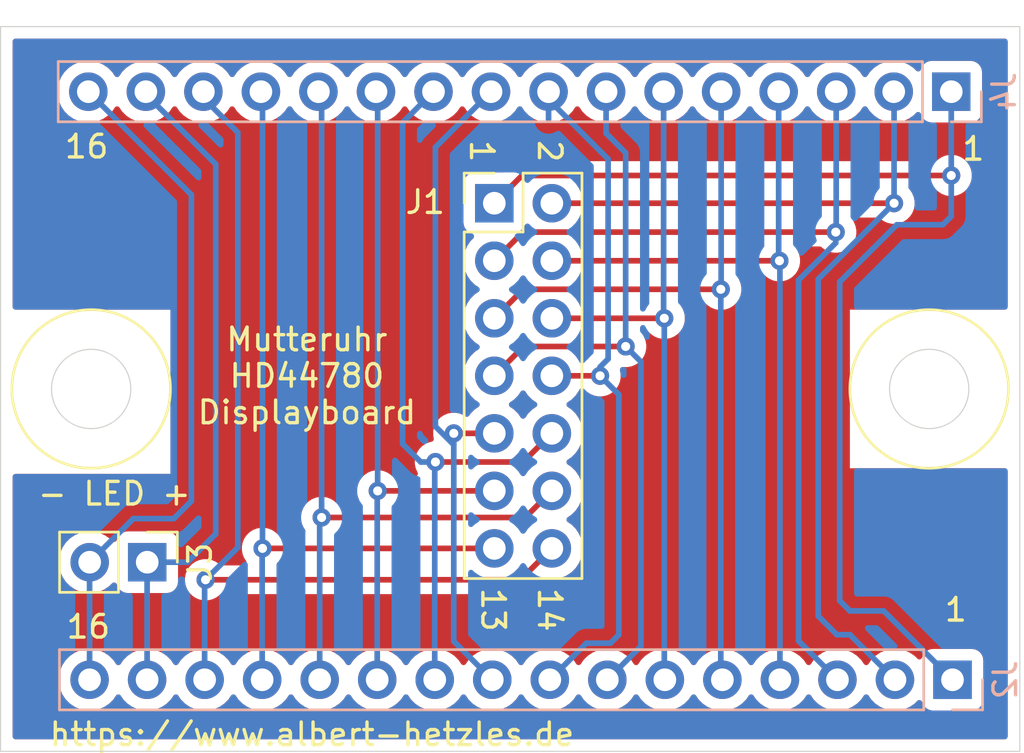
<source format=kicad_pcb>
(kicad_pcb (version 20171130) (host pcbnew "(5.1.9)-1")

  (general
    (thickness 1.6)
    (drawings 19)
    (tracks 148)
    (zones 0)
    (modules 4)
    (nets 17)
  )

  (page A4)
  (layers
    (0 F.Cu signal)
    (31 B.Cu signal)
    (32 B.Adhes user)
    (33 F.Adhes user)
    (34 B.Paste user)
    (35 F.Paste user)
    (36 B.SilkS user)
    (37 F.SilkS user)
    (38 B.Mask user)
    (39 F.Mask user)
    (40 Dwgs.User user)
    (41 Cmts.User user)
    (42 Eco1.User user)
    (43 Eco2.User user)
    (44 Edge.Cuts user)
    (45 Margin user)
    (46 B.CrtYd user)
    (47 F.CrtYd user)
    (48 B.Fab user)
    (49 F.Fab user)
  )

  (setup
    (last_trace_width 0.25)
    (trace_clearance 0.2)
    (zone_clearance 0.508)
    (zone_45_only no)
    (trace_min 0.2)
    (via_size 0.8)
    (via_drill 0.4)
    (via_min_size 0.4)
    (via_min_drill 0.3)
    (uvia_size 0.3)
    (uvia_drill 0.1)
    (uvias_allowed no)
    (uvia_min_size 0.2)
    (uvia_min_drill 0.1)
    (edge_width 0.05)
    (segment_width 0.2)
    (pcb_text_width 0.3)
    (pcb_text_size 1.5 1.5)
    (mod_edge_width 0.12)
    (mod_text_size 1 1)
    (mod_text_width 0.15)
    (pad_size 1.524 1.524)
    (pad_drill 0.762)
    (pad_to_mask_clearance 0)
    (aux_axis_origin 0 0)
    (grid_origin 175.2 62.2)
    (visible_elements 7FFFFFFF)
    (pcbplotparams
      (layerselection 0x010fc_ffffffff)
      (usegerberextensions false)
      (usegerberattributes true)
      (usegerberadvancedattributes true)
      (creategerberjobfile true)
      (excludeedgelayer true)
      (linewidth 0.100000)
      (plotframeref false)
      (viasonmask false)
      (mode 1)
      (useauxorigin false)
      (hpglpennumber 1)
      (hpglpenspeed 20)
      (hpglpendiameter 15.000000)
      (psnegative false)
      (psa4output false)
      (plotreference true)
      (plotvalue true)
      (plotinvisibletext false)
      (padsonsilk false)
      (subtractmaskfromsilk false)
      (outputformat 1)
      (mirror false)
      (drillshape 0)
      (scaleselection 1)
      (outputdirectory "Gerber/"))
  )

  (net 0 "")
  (net 1 GND)
  (net 2 5V)
  (net 3 Kontrast)
  (net 4 RS)
  (net 5 RW)
  (net 6 E)
  (net 7 D0)
  (net 8 D1)
  (net 9 D2)
  (net 10 D3)
  (net 11 D4)
  (net 12 D5)
  (net 13 D6)
  (net 14 D7)
  (net 15 /5V-Hintergrundbeleuchtung)
  (net 16 /GND-Hintergrundbeleuchtung)

  (net_class Default "This is the default net class."
    (clearance 0.2)
    (trace_width 0.25)
    (via_dia 0.8)
    (via_drill 0.4)
    (uvia_dia 0.3)
    (uvia_drill 0.1)
    (add_net /5V-Hintergrundbeleuchtung)
    (add_net /GND-Hintergrundbeleuchtung)
    (add_net 5V)
    (add_net D0)
    (add_net D1)
    (add_net D2)
    (add_net D3)
    (add_net D4)
    (add_net D5)
    (add_net D6)
    (add_net D7)
    (add_net E)
    (add_net GND)
    (add_net Kontrast)
    (add_net RS)
    (add_net RW)
  )

  (module Connector_PinHeader_2.54mm:PinHeader_2x07_P2.54mm_Vertical (layer F.Cu) (tedit 59FED5CC) (tstamp 605775D1)
    (at 195 69)
    (descr "Through hole straight pin header, 2x07, 2.54mm pitch, double rows")
    (tags "Through hole pin header THT 2x07 2.54mm double row")
    (path /60689F7C)
    (fp_text reference J1 (at -3.05 -0.05) (layer F.SilkS)
      (effects (font (size 1 1) (thickness 0.15)))
    )
    (fp_text value "Ext Header " (at 1.27 17.57) (layer F.Fab)
      (effects (font (size 1 1) (thickness 0.15)))
    )
    (fp_line (start 4.35 -1.8) (end -1.8 -1.8) (layer F.CrtYd) (width 0.05))
    (fp_line (start 4.35 17.05) (end 4.35 -1.8) (layer F.CrtYd) (width 0.05))
    (fp_line (start -1.8 17.05) (end 4.35 17.05) (layer F.CrtYd) (width 0.05))
    (fp_line (start -1.8 -1.8) (end -1.8 17.05) (layer F.CrtYd) (width 0.05))
    (fp_line (start -1.33 -1.33) (end 0 -1.33) (layer F.SilkS) (width 0.12))
    (fp_line (start -1.33 0) (end -1.33 -1.33) (layer F.SilkS) (width 0.12))
    (fp_line (start 1.27 -1.33) (end 3.87 -1.33) (layer F.SilkS) (width 0.12))
    (fp_line (start 1.27 1.27) (end 1.27 -1.33) (layer F.SilkS) (width 0.12))
    (fp_line (start -1.33 1.27) (end 1.27 1.27) (layer F.SilkS) (width 0.12))
    (fp_line (start 3.87 -1.33) (end 3.87 16.57) (layer F.SilkS) (width 0.12))
    (fp_line (start -1.33 1.27) (end -1.33 16.57) (layer F.SilkS) (width 0.12))
    (fp_line (start -1.33 16.57) (end 3.87 16.57) (layer F.SilkS) (width 0.12))
    (fp_line (start -1.27 0) (end 0 -1.27) (layer F.Fab) (width 0.1))
    (fp_line (start -1.27 16.51) (end -1.27 0) (layer F.Fab) (width 0.1))
    (fp_line (start 3.81 16.51) (end -1.27 16.51) (layer F.Fab) (width 0.1))
    (fp_line (start 3.81 -1.27) (end 3.81 16.51) (layer F.Fab) (width 0.1))
    (fp_line (start 0 -1.27) (end 3.81 -1.27) (layer F.Fab) (width 0.1))
    (fp_text user %R (at 1.27 7.62 90) (layer F.Fab)
      (effects (font (size 1 1) (thickness 0.15)))
    )
    (pad 1 thru_hole rect (at 0 0) (size 1.7 1.7) (drill 1) (layers *.Cu *.Mask)
      (net 1 GND))
    (pad 2 thru_hole oval (at 2.54 0) (size 1.7 1.7) (drill 1) (layers *.Cu *.Mask)
      (net 2 5V))
    (pad 3 thru_hole oval (at 0 2.54) (size 1.7 1.7) (drill 1) (layers *.Cu *.Mask)
      (net 3 Kontrast))
    (pad 4 thru_hole oval (at 2.54 2.54) (size 1.7 1.7) (drill 1) (layers *.Cu *.Mask)
      (net 4 RS))
    (pad 5 thru_hole oval (at 0 5.08) (size 1.7 1.7) (drill 1) (layers *.Cu *.Mask)
      (net 5 RW))
    (pad 6 thru_hole oval (at 2.54 5.08) (size 1.7 1.7) (drill 1) (layers *.Cu *.Mask)
      (net 6 E))
    (pad 7 thru_hole oval (at 0 7.62) (size 1.7 1.7) (drill 1) (layers *.Cu *.Mask)
      (net 7 D0))
    (pad 8 thru_hole oval (at 2.54 7.62) (size 1.7 1.7) (drill 1) (layers *.Cu *.Mask)
      (net 8 D1))
    (pad 9 thru_hole oval (at 0 10.16) (size 1.7 1.7) (drill 1) (layers *.Cu *.Mask)
      (net 9 D2))
    (pad 10 thru_hole oval (at 2.54 10.16) (size 1.7 1.7) (drill 1) (layers *.Cu *.Mask)
      (net 10 D3))
    (pad 11 thru_hole oval (at 0 12.7) (size 1.7 1.7) (drill 1) (layers *.Cu *.Mask)
      (net 11 D4))
    (pad 12 thru_hole oval (at 2.54 12.7) (size 1.7 1.7) (drill 1) (layers *.Cu *.Mask)
      (net 12 D5))
    (pad 13 thru_hole oval (at 0 15.24) (size 1.7 1.7) (drill 1) (layers *.Cu *.Mask)
      (net 13 D6))
    (pad 14 thru_hole oval (at 2.54 15.24) (size 1.7 1.7) (drill 1) (layers *.Cu *.Mask)
      (net 14 D7))
    (model ${KISYS3DMOD}/Connector_PinHeader_2.54mm.3dshapes/PinHeader_2x07_P2.54mm_Vertical.wrl
      (at (xyz 0 0 0))
      (scale (xyz 1 1 1))
      (rotate (xyz 0 0 0))
    )
  )

  (module Connector_PinHeader_2.54mm:PinHeader_1x16_P2.54mm_Vertical (layer B.Cu) (tedit 59FED5CC) (tstamp 605779D1)
    (at 215.23 90.04 90)
    (descr "Through hole straight pin header, 1x16, 2.54mm pitch, single row")
    (tags "Through hole pin header THT 1x16 2.54mm single row")
    (path /60684A63)
    (fp_text reference J2 (at 0 2.33 -90) (layer B.SilkS)
      (effects (font (size 1 1) (thickness 0.15)) (justify mirror))
    )
    (fp_text value "Display R->L" (at 3.59 -3.53) (layer B.Fab)
      (effects (font (size 1 1) (thickness 0.15)) (justify mirror))
    )
    (fp_line (start 1.8 1.8) (end -1.8 1.8) (layer B.CrtYd) (width 0.05))
    (fp_line (start 1.8 -39.9) (end 1.8 1.8) (layer B.CrtYd) (width 0.05))
    (fp_line (start -1.8 -39.9) (end 1.8 -39.9) (layer B.CrtYd) (width 0.05))
    (fp_line (start -1.8 1.8) (end -1.8 -39.9) (layer B.CrtYd) (width 0.05))
    (fp_line (start -1.33 1.33) (end 0 1.33) (layer B.SilkS) (width 0.12))
    (fp_line (start -1.33 0) (end -1.33 1.33) (layer B.SilkS) (width 0.12))
    (fp_line (start -1.33 -1.27) (end 1.33 -1.27) (layer B.SilkS) (width 0.12))
    (fp_line (start 1.33 -1.27) (end 1.33 -39.43) (layer B.SilkS) (width 0.12))
    (fp_line (start -1.33 -1.27) (end -1.33 -39.43) (layer B.SilkS) (width 0.12))
    (fp_line (start -1.33 -39.43) (end 1.33 -39.43) (layer B.SilkS) (width 0.12))
    (fp_line (start -1.27 0.635) (end -0.635 1.27) (layer B.Fab) (width 0.1))
    (fp_line (start -1.27 -39.37) (end -1.27 0.635) (layer B.Fab) (width 0.1))
    (fp_line (start 1.27 -39.37) (end -1.27 -39.37) (layer B.Fab) (width 0.1))
    (fp_line (start 1.27 1.27) (end 1.27 -39.37) (layer B.Fab) (width 0.1))
    (fp_line (start -0.635 1.27) (end 1.27 1.27) (layer B.Fab) (width 0.1))
    (fp_text user %R (at 0 -19.05) (layer B.Fab)
      (effects (font (size 1 1) (thickness 0.15)) (justify mirror))
    )
    (pad 1 thru_hole rect (at 0 0 90) (size 1.7 1.7) (drill 1) (layers *.Cu *.Mask)
      (net 1 GND))
    (pad 2 thru_hole oval (at 0 -2.54 90) (size 1.7 1.7) (drill 1) (layers *.Cu *.Mask)
      (net 2 5V))
    (pad 3 thru_hole oval (at 0 -5.08 90) (size 1.7 1.7) (drill 1) (layers *.Cu *.Mask)
      (net 3 Kontrast))
    (pad 4 thru_hole oval (at 0 -7.62 90) (size 1.7 1.7) (drill 1) (layers *.Cu *.Mask)
      (net 4 RS))
    (pad 5 thru_hole oval (at 0 -10.16 90) (size 1.7 1.7) (drill 1) (layers *.Cu *.Mask)
      (net 5 RW))
    (pad 6 thru_hole oval (at 0 -12.7 90) (size 1.7 1.7) (drill 1) (layers *.Cu *.Mask)
      (net 6 E))
    (pad 7 thru_hole oval (at 0 -15.24 90) (size 1.7 1.7) (drill 1) (layers *.Cu *.Mask)
      (net 7 D0))
    (pad 8 thru_hole oval (at 0 -17.78 90) (size 1.7 1.7) (drill 1) (layers *.Cu *.Mask)
      (net 8 D1))
    (pad 9 thru_hole oval (at 0 -20.32 90) (size 1.7 1.7) (drill 1) (layers *.Cu *.Mask)
      (net 9 D2))
    (pad 10 thru_hole oval (at 0 -22.86 90) (size 1.7 1.7) (drill 1) (layers *.Cu *.Mask)
      (net 10 D3))
    (pad 11 thru_hole oval (at 0 -25.4 90) (size 1.7 1.7) (drill 1) (layers *.Cu *.Mask)
      (net 11 D4))
    (pad 12 thru_hole oval (at 0 -27.94 90) (size 1.7 1.7) (drill 1) (layers *.Cu *.Mask)
      (net 12 D5))
    (pad 13 thru_hole oval (at 0 -30.48 90) (size 1.7 1.7) (drill 1) (layers *.Cu *.Mask)
      (net 13 D6))
    (pad 14 thru_hole oval (at 0 -33.02 90) (size 1.7 1.7) (drill 1) (layers *.Cu *.Mask)
      (net 14 D7))
    (pad 15 thru_hole oval (at 0 -35.56 90) (size 1.7 1.7) (drill 1) (layers *.Cu *.Mask)
      (net 15 /5V-Hintergrundbeleuchtung))
    (pad 16 thru_hole oval (at 0 -38.1 90) (size 1.7 1.7) (drill 1) (layers *.Cu *.Mask)
      (net 16 /GND-Hintergrundbeleuchtung))
    (model ${KISYS3DMOD}/Connector_PinHeader_2.54mm.3dshapes/PinHeader_1x16_P2.54mm_Vertical.wrl
      (at (xyz 0 0 0))
      (scale (xyz 1 1 1))
      (rotate (xyz 0 0 0))
    )
  )

  (module Connector_PinHeader_2.54mm:PinHeader_1x02_P2.54mm_Vertical (layer F.Cu) (tedit 59FED5CC) (tstamp 6057760B)
    (at 179.675 84.85 270)
    (descr "Through hole straight pin header, 1x02, 2.54mm pitch, single row")
    (tags "Through hole pin header THT 1x02 2.54mm single row")
    (path /606896B8)
    (fp_text reference J3 (at 0 -2.33 90) (layer F.SilkS)
      (effects (font (size 1 1) (thickness 0.15)))
    )
    (fp_text value "Hintergrund 5V" (at 0 4.87 90) (layer F.Fab)
      (effects (font (size 1 1) (thickness 0.15)))
    )
    (fp_line (start 1.8 -1.8) (end -1.8 -1.8) (layer F.CrtYd) (width 0.05))
    (fp_line (start 1.8 4.35) (end 1.8 -1.8) (layer F.CrtYd) (width 0.05))
    (fp_line (start -1.8 4.35) (end 1.8 4.35) (layer F.CrtYd) (width 0.05))
    (fp_line (start -1.8 -1.8) (end -1.8 4.35) (layer F.CrtYd) (width 0.05))
    (fp_line (start -1.33 -1.33) (end 0 -1.33) (layer F.SilkS) (width 0.12))
    (fp_line (start -1.33 0) (end -1.33 -1.33) (layer F.SilkS) (width 0.12))
    (fp_line (start -1.33 1.27) (end 1.33 1.27) (layer F.SilkS) (width 0.12))
    (fp_line (start 1.33 1.27) (end 1.33 3.87) (layer F.SilkS) (width 0.12))
    (fp_line (start -1.33 1.27) (end -1.33 3.87) (layer F.SilkS) (width 0.12))
    (fp_line (start -1.33 3.87) (end 1.33 3.87) (layer F.SilkS) (width 0.12))
    (fp_line (start -1.27 -0.635) (end -0.635 -1.27) (layer F.Fab) (width 0.1))
    (fp_line (start -1.27 3.81) (end -1.27 -0.635) (layer F.Fab) (width 0.1))
    (fp_line (start 1.27 3.81) (end -1.27 3.81) (layer F.Fab) (width 0.1))
    (fp_line (start 1.27 -1.27) (end 1.27 3.81) (layer F.Fab) (width 0.1))
    (fp_line (start -0.635 -1.27) (end 1.27 -1.27) (layer F.Fab) (width 0.1))
    (fp_text user %R (at 0 1.27) (layer F.Fab)
      (effects (font (size 1 1) (thickness 0.15)))
    )
    (pad 1 thru_hole rect (at 0 0 270) (size 1.7 1.7) (drill 1) (layers *.Cu *.Mask)
      (net 15 /5V-Hintergrundbeleuchtung))
    (pad 2 thru_hole oval (at 0 2.54 270) (size 1.7 1.7) (drill 1) (layers *.Cu *.Mask)
      (net 16 /GND-Hintergrundbeleuchtung))
    (model ${KISYS3DMOD}/Connector_PinHeader_2.54mm.3dshapes/PinHeader_1x02_P2.54mm_Vertical.wrl
      (at (xyz 0 0 0))
      (scale (xyz 1 1 1))
      (rotate (xyz 0 0 0))
    )
  )

  (module Connector_PinHeader_2.54mm:PinHeader_1x16_P2.54mm_Vertical (layer B.Cu) (tedit 59FED5CC) (tstamp 60578F81)
    (at 215.175 64.075 90)
    (descr "Through hole straight pin header, 1x16, 2.54mm pitch, single row")
    (tags "Through hole pin header THT 1x16 2.54mm single row")
    (path /60686F5D)
    (fp_text reference J4 (at 0 2.33 270) (layer B.SilkS)
      (effects (font (size 1 1) (thickness 0.15)) (justify mirror))
    )
    (fp_text value "Display L->R" (at 3.2 -34.45) (layer B.Fab)
      (effects (font (size 1 1) (thickness 0.15)) (justify mirror))
    )
    (fp_line (start -0.635 1.27) (end 1.27 1.27) (layer B.Fab) (width 0.1))
    (fp_line (start 1.27 1.27) (end 1.27 -39.37) (layer B.Fab) (width 0.1))
    (fp_line (start 1.27 -39.37) (end -1.27 -39.37) (layer B.Fab) (width 0.1))
    (fp_line (start -1.27 -39.37) (end -1.27 0.635) (layer B.Fab) (width 0.1))
    (fp_line (start -1.27 0.635) (end -0.635 1.27) (layer B.Fab) (width 0.1))
    (fp_line (start -1.33 -39.43) (end 1.33 -39.43) (layer B.SilkS) (width 0.12))
    (fp_line (start -1.33 -1.27) (end -1.33 -39.43) (layer B.SilkS) (width 0.12))
    (fp_line (start 1.33 -1.27) (end 1.33 -39.43) (layer B.SilkS) (width 0.12))
    (fp_line (start -1.33 -1.27) (end 1.33 -1.27) (layer B.SilkS) (width 0.12))
    (fp_line (start -1.33 0) (end -1.33 1.33) (layer B.SilkS) (width 0.12))
    (fp_line (start -1.33 1.33) (end 0 1.33) (layer B.SilkS) (width 0.12))
    (fp_line (start -1.8 1.8) (end -1.8 -39.9) (layer B.CrtYd) (width 0.05))
    (fp_line (start -1.8 -39.9) (end 1.8 -39.9) (layer B.CrtYd) (width 0.05))
    (fp_line (start 1.8 -39.9) (end 1.8 1.8) (layer B.CrtYd) (width 0.05))
    (fp_line (start 1.8 1.8) (end -1.8 1.8) (layer B.CrtYd) (width 0.05))
    (fp_text user %R (at 0 -19.05) (layer B.Fab)
      (effects (font (size 1 1) (thickness 0.15)) (justify mirror))
    )
    (pad 16 thru_hole oval (at 0 -38.1 90) (size 1.7 1.7) (drill 1) (layers *.Cu *.Mask)
      (net 16 /GND-Hintergrundbeleuchtung))
    (pad 15 thru_hole oval (at 0 -35.56 90) (size 1.7 1.7) (drill 1) (layers *.Cu *.Mask)
      (net 15 /5V-Hintergrundbeleuchtung))
    (pad 14 thru_hole oval (at 0 -33.02 90) (size 1.7 1.7) (drill 1) (layers *.Cu *.Mask)
      (net 14 D7))
    (pad 13 thru_hole oval (at 0 -30.48 90) (size 1.7 1.7) (drill 1) (layers *.Cu *.Mask)
      (net 13 D6))
    (pad 12 thru_hole oval (at 0 -27.94 90) (size 1.7 1.7) (drill 1) (layers *.Cu *.Mask)
      (net 12 D5))
    (pad 11 thru_hole oval (at 0 -25.4 90) (size 1.7 1.7) (drill 1) (layers *.Cu *.Mask)
      (net 11 D4))
    (pad 10 thru_hole oval (at 0 -22.86 90) (size 1.7 1.7) (drill 1) (layers *.Cu *.Mask)
      (net 10 D3))
    (pad 9 thru_hole oval (at 0 -20.32 90) (size 1.7 1.7) (drill 1) (layers *.Cu *.Mask)
      (net 9 D2))
    (pad 8 thru_hole oval (at 0 -17.78 90) (size 1.7 1.7) (drill 1) (layers *.Cu *.Mask)
      (net 8 D1))
    (pad 7 thru_hole oval (at 0 -15.24 90) (size 1.7 1.7) (drill 1) (layers *.Cu *.Mask)
      (net 7 D0))
    (pad 6 thru_hole oval (at 0 -12.7 90) (size 1.7 1.7) (drill 1) (layers *.Cu *.Mask)
      (net 6 E))
    (pad 5 thru_hole oval (at 0 -10.16 90) (size 1.7 1.7) (drill 1) (layers *.Cu *.Mask)
      (net 5 RW))
    (pad 4 thru_hole oval (at 0 -7.62 90) (size 1.7 1.7) (drill 1) (layers *.Cu *.Mask)
      (net 4 RS))
    (pad 3 thru_hole oval (at 0 -5.08 90) (size 1.7 1.7) (drill 1) (layers *.Cu *.Mask)
      (net 3 Kontrast))
    (pad 2 thru_hole oval (at 0 -2.54 90) (size 1.7 1.7) (drill 1) (layers *.Cu *.Mask)
      (net 2 5V))
    (pad 1 thru_hole rect (at 0 0 90) (size 1.7 1.7) (drill 1) (layers *.Cu *.Mask)
      (net 1 GND))
    (model ${KISYS3DMOD}/Connector_PinHeader_2.54mm.3dshapes/PinHeader_1x16_P2.54mm_Vertical.wrl
      (at (xyz 0 0 0))
      (scale (xyz 1 1 1))
      (rotate (xyz 0 0 0))
    )
  )

  (gr_text https://www.albert-hetzles.de (at 186.95 92.45) (layer F.SilkS)
    (effects (font (size 1 1) (thickness 0.15)))
  )
  (gr_text 13 (at 194.95 86.95 270) (layer F.SilkS)
    (effects (font (size 1 1) (thickness 0.15)))
  )
  (gr_text 2 (at 197.45 66.7 270) (layer F.SilkS)
    (effects (font (size 1 1) (thickness 0.15)))
  )
  (gr_text 14 (at 197.45 86.95 270) (layer F.SilkS)
    (effects (font (size 1 1) (thickness 0.15)))
  )
  (gr_text 1 (at 194.45 66.7 270) (layer F.SilkS)
    (effects (font (size 1 1) (thickness 0.15)))
  )
  (gr_text "- LED +" (at 178.225 81.825) (layer F.SilkS)
    (effects (font (size 1 1) (thickness 0.15)))
  )
  (gr_text 16 (at 177.075 87.7) (layer F.SilkS)
    (effects (font (size 1 1) (thickness 0.15)))
  )
  (gr_text 16 (at 177 66.5) (layer F.SilkS)
    (effects (font (size 1 1) (thickness 0.15)))
  )
  (gr_text 1 (at 216.15 66.6) (layer F.SilkS)
    (effects (font (size 1 1) (thickness 0.15)))
  )
  (gr_text 1 (at 215.375 86.95) (layer F.SilkS)
    (effects (font (size 1 1) (thickness 0.15)))
  )
  (gr_text "Mutteruhr\nHD44780\nDisplayboard" (at 186.725 76.625) (layer F.SilkS)
    (effects (font (size 1 1) (thickness 0.15)))
  )
  (gr_circle (center 214.2 77.2) (end 217.7 77.2) (layer F.SilkS) (width 0.12))
  (gr_circle (center 214.2 77.2) (end 215.95 77.2) (layer Edge.Cuts) (width 0.05))
  (gr_circle (center 177.2 77.2) (end 180.7 77.2) (layer F.SilkS) (width 0.12))
  (gr_circle (center 177.2 77.2) (end 178.95 77.2) (layer Edge.Cuts) (width 0.05))
  (gr_line (start 173.2 61.2) (end 218.2 61.2) (layer Edge.Cuts) (width 0.05) (tstamp 60578C18))
  (gr_line (start 173.2 93.2) (end 173.2 61.2) (layer Edge.Cuts) (width 0.05))
  (gr_line (start 218.2 93.2) (end 218.2 61.2) (layer Edge.Cuts) (width 0.05))
  (gr_line (start 173.2 93.2) (end 218.2 93.2) (layer Edge.Cuts) (width 0.05))

  (segment (start 195 69) (end 196.225 67.775) (width 0.25) (layer F.Cu) (net 1))
  (segment (start 196.225 67.775) (end 207.93641 67.775) (width 0.25) (layer F.Cu) (net 1))
  (segment (start 207.93641 67.775) (end 215.175 67.775) (width 0.25) (layer F.Cu) (net 1))
  (segment (start 215.175 67.775) (end 215.175 67.775) (width 0.25) (layer F.Cu) (net 1) (tstamp 605790B8))
  (via (at 215.175 67.775) (size 0.8) (drill 0.4) (layers F.Cu B.Cu) (net 1))
  (segment (start 215.175 67.775) (end 215.175 64.075) (width 0.25) (layer B.Cu) (net 1))
  (segment (start 214.8 69.95) (end 215.175 69.575) (width 0.25) (layer B.Cu) (net 1))
  (segment (start 212.773002 69.95) (end 214.8 69.95) (width 0.25) (layer B.Cu) (net 1))
  (segment (start 210.25 72.473002) (end 212.773002 69.95) (width 0.25) (layer B.Cu) (net 1))
  (segment (start 210.25 86.55) (end 210.25 72.473002) (width 0.25) (layer B.Cu) (net 1))
  (segment (start 210.7 87) (end 210.25 86.55) (width 0.25) (layer B.Cu) (net 1))
  (segment (start 215.175 69.575) (end 215.175 67.775) (width 0.25) (layer B.Cu) (net 1))
  (segment (start 212.19 87) (end 210.7 87) (width 0.25) (layer B.Cu) (net 1))
  (segment (start 215.23 90.04) (end 212.19 87) (width 0.25) (layer B.Cu) (net 1))
  (segment (start 208.35 69) (end 212.65 69) (width 0.25) (layer F.Cu) (net 2))
  (segment (start 197.54 69) (end 208.35 69) (width 0.25) (layer F.Cu) (net 2))
  (segment (start 208.35 69) (end 208.525 69) (width 0.25) (layer F.Cu) (net 2))
  (segment (start 212.65 69) (end 212.65 69) (width 0.25) (layer F.Cu) (net 2) (tstamp 605790BA))
  (via (at 212.65 69) (size 0.8) (drill 0.4) (layers F.Cu B.Cu) (net 2))
  (segment (start 212.65 64.09) (end 212.635 64.075) (width 0.25) (layer B.Cu) (net 2))
  (segment (start 212.65 69) (end 212.65 64.09) (width 0.25) (layer B.Cu) (net 2))
  (segment (start 212.65 69) (end 209.3 72.35) (width 0.25) (layer B.Cu) (net 2))
  (segment (start 209.3 72.35) (end 209.3 87.225) (width 0.25) (layer B.Cu) (net 2))
  (segment (start 209.3 87.225) (end 210.125 88.05) (width 0.25) (layer B.Cu) (net 2))
  (segment (start 210.7 88.05) (end 212.69 90.04) (width 0.25) (layer B.Cu) (net 2))
  (segment (start 210.125 88.05) (end 210.7 88.05) (width 0.25) (layer B.Cu) (net 2))
  (segment (start 195 71.54) (end 196.265 70.275) (width 0.25) (layer F.Cu) (net 3))
  (segment (start 196.265 70.275) (end 210.075 70.275) (width 0.25) (layer F.Cu) (net 3))
  (segment (start 210.075 70.275) (end 210.075 70.275) (width 0.25) (layer F.Cu) (net 3) (tstamp 605790CD))
  (via (at 210.075 70.275) (size 0.8) (drill 0.4) (layers F.Cu B.Cu) (net 3))
  (segment (start 210.095 70.255) (end 210.075 70.275) (width 0.25) (layer B.Cu) (net 3))
  (segment (start 210.095 64.075) (end 210.095 70.255) (width 0.25) (layer B.Cu) (net 3))
  (segment (start 210.15 90.04) (end 208.435 88.325) (width 0.25) (layer B.Cu) (net 3))
  (segment (start 208.435 88.325) (end 208.435 72.39) (width 0.25) (layer B.Cu) (net 3))
  (segment (start 210.075 70.75) (end 210.075 70.275) (width 0.25) (layer B.Cu) (net 3))
  (segment (start 208.435 72.39) (end 210.075 70.75) (width 0.25) (layer B.Cu) (net 3))
  (segment (start 197.54 71.54) (end 207.59 71.54) (width 0.25) (layer F.Cu) (net 4))
  (segment (start 207.59 71.54) (end 207.59 71.54) (width 0.25) (layer F.Cu) (net 4) (tstamp 605790BE))
  (via (at 207.59 71.54) (size 0.8) (drill 0.4) (layers F.Cu B.Cu) (net 4))
  (segment (start 207.555 71.505) (end 207.59 71.54) (width 0.25) (layer B.Cu) (net 4))
  (segment (start 207.555 64.075) (end 207.555 71.505) (width 0.25) (layer B.Cu) (net 4))
  (segment (start 207.61 71.56) (end 207.59 71.54) (width 0.25) (layer B.Cu) (net 4))
  (segment (start 207.61 90.04) (end 207.61 71.56) (width 0.25) (layer B.Cu) (net 4))
  (segment (start 195 74.08) (end 196.28 72.8) (width 0.25) (layer F.Cu) (net 5))
  (segment (start 196.28 72.8) (end 205 72.8) (width 0.25) (layer F.Cu) (net 5))
  (segment (start 205 72.8) (end 205 72.8) (width 0.25) (layer F.Cu) (net 5) (tstamp 605790C0))
  (via (at 205 72.8) (size 0.8) (drill 0.4) (layers F.Cu B.Cu) (net 5))
  (segment (start 205.015 72.785) (end 205 72.8) (width 0.25) (layer B.Cu) (net 5))
  (segment (start 205.015 64.075) (end 205.015 72.785) (width 0.25) (layer B.Cu) (net 5))
  (segment (start 205 89.97) (end 205.07 90.04) (width 0.25) (layer B.Cu) (net 5))
  (segment (start 205 72.8) (end 205 89.97) (width 0.25) (layer B.Cu) (net 5))
  (segment (start 197.54 74.08) (end 202.505 74.08) (width 0.25) (layer F.Cu) (net 6))
  (segment (start 202.505 74.08) (end 202.505 74.08) (width 0.25) (layer F.Cu) (net 6) (tstamp 605790C2))
  (via (at 202.505 74.08) (size 0.8) (drill 0.4) (layers F.Cu B.Cu) (net 6))
  (segment (start 202.475 74.05) (end 202.505 74.08) (width 0.25) (layer B.Cu) (net 6))
  (segment (start 202.475 64.075) (end 202.475 74.05) (width 0.25) (layer B.Cu) (net 6))
  (segment (start 202.505 90.015) (end 202.53 90.04) (width 0.25) (layer B.Cu) (net 6))
  (segment (start 202.505 74.08) (end 202.505 90.015) (width 0.25) (layer B.Cu) (net 6))
  (segment (start 195 76.62) (end 196.295 75.325) (width 0.25) (layer F.Cu) (net 7))
  (segment (start 196.295 75.325) (end 200.8 75.325) (width 0.25) (layer F.Cu) (net 7))
  (segment (start 200.8 75.325) (end 200.8 75.325) (width 0.25) (layer F.Cu) (net 7) (tstamp 605790C4))
  (via (at 200.8 75.325) (size 0.8) (drill 0.4) (layers F.Cu B.Cu) (net 7))
  (segment (start 199.935 64.075) (end 199.935 65.91) (width 0.25) (layer B.Cu) (net 7))
  (segment (start 200.8 66.775) (end 200.8 75.325) (width 0.25) (layer B.Cu) (net 7))
  (segment (start 199.935 65.91) (end 200.8 66.775) (width 0.25) (layer B.Cu) (net 7))
  (segment (start 199.99 90.04) (end 201.475 88.555) (width 0.25) (layer B.Cu) (net 7))
  (segment (start 201.475 76) (end 200.8 75.325) (width 0.25) (layer B.Cu) (net 7))
  (segment (start 201.475 88.555) (end 201.475 76) (width 0.25) (layer B.Cu) (net 7))
  (segment (start 197.54 76.62) (end 199.67 76.62) (width 0.25) (layer F.Cu) (net 8))
  (segment (start 199.67 76.62) (end 199.67 76.62) (width 0.25) (layer F.Cu) (net 8) (tstamp 605790C6))
  (via (at 199.67 76.62) (size 0.8) (drill 0.4) (layers F.Cu B.Cu) (net 8))
  (segment (start 197.395 64.075) (end 197.395 65.295) (width 0.25) (layer B.Cu) (net 8))
  (segment (start 199.67 76.62) (end 199.67 76.23) (width 0.25) (layer B.Cu) (net 8))
  (segment (start 199.67 76.23) (end 200.025 75.875) (width 0.25) (layer B.Cu) (net 8))
  (segment (start 200.025 75.875) (end 200.025 67.05) (width 0.25) (layer B.Cu) (net 8))
  (segment (start 197.395 64.42) (end 197.395 64.075) (width 0.25) (layer B.Cu) (net 8))
  (segment (start 200.025 67.05) (end 197.395 64.42) (width 0.25) (layer B.Cu) (net 8))
  (segment (start 197.45 90.04) (end 199.065 88.425) (width 0.25) (layer B.Cu) (net 8))
  (segment (start 199.065 88.425) (end 200.125 88.425) (width 0.25) (layer B.Cu) (net 8))
  (segment (start 200.125 88.425) (end 200.5 88.05) (width 0.25) (layer B.Cu) (net 8))
  (segment (start 200.5 77.45) (end 199.67 76.62) (width 0.25) (layer B.Cu) (net 8))
  (segment (start 200.5 88.05) (end 200.5 77.45) (width 0.25) (layer B.Cu) (net 8))
  (segment (start 195 79.16) (end 193.21 79.16) (width 0.25) (layer F.Cu) (net 9))
  (segment (start 193.21 79.16) (end 193.21 79.16) (width 0.25) (layer F.Cu) (net 9) (tstamp 60578EA7))
  (via (at 193.21 79.16) (size 0.8) (drill 0.4) (layers F.Cu B.Cu) (net 9))
  (segment (start 193.21 88.34) (end 194.91 90.04) (width 0.25) (layer B.Cu) (net 9))
  (segment (start 194.855 64.075) (end 192.4 66.53) (width 0.25) (layer B.Cu) (net 9))
  (segment (start 192.4 78.855) (end 193.21 79.665) (width 0.25) (layer B.Cu) (net 9))
  (segment (start 192.4 66.53) (end 192.4 78.855) (width 0.25) (layer B.Cu) (net 9))
  (segment (start 193.21 79.665) (end 193.21 88.34) (width 0.25) (layer B.Cu) (net 9))
  (segment (start 193.21 79.16) (end 193.21 79.665) (width 0.25) (layer B.Cu) (net 9))
  (segment (start 197.54 79.16) (end 196.275 80.425) (width 0.25) (layer F.Cu) (net 10))
  (segment (start 196.275 80.425) (end 192.4 80.425) (width 0.25) (layer F.Cu) (net 10))
  (segment (start 192.4 80.425) (end 192.4 80.425) (width 0.25) (layer F.Cu) (net 10) (tstamp 60578E9D))
  (via (at 192.4 80.425) (size 0.8) (drill 0.4) (layers F.Cu B.Cu) (net 10))
  (segment (start 192.37 80.455) (end 192.4 80.425) (width 0.25) (layer B.Cu) (net 10))
  (segment (start 192.37 90.04) (end 192.37 80.455) (width 0.25) (layer B.Cu) (net 10))
  (segment (start 192.4 80.425) (end 191.75 80.425) (width 0.25) (layer B.Cu) (net 10))
  (segment (start 191.75 80.425) (end 190.95 79.625) (width 0.25) (layer B.Cu) (net 10))
  (segment (start 190.95 65.44) (end 192.315 64.075) (width 0.25) (layer B.Cu) (net 10))
  (segment (start 190.95 79.625) (end 190.95 65.44) (width 0.25) (layer B.Cu) (net 10))
  (segment (start 195 81.7) (end 189.85 81.7) (width 0.25) (layer F.Cu) (net 11))
  (segment (start 189.85 81.7) (end 189.85 81.7) (width 0.25) (layer F.Cu) (net 11) (tstamp 60578E9F))
  (via (at 189.85 81.7) (size 0.8) (drill 0.4) (layers F.Cu B.Cu) (net 11))
  (segment (start 189.83 81.72) (end 189.85 81.7) (width 0.25) (layer B.Cu) (net 11))
  (segment (start 189.83 90.04) (end 189.83 81.72) (width 0.25) (layer B.Cu) (net 11))
  (segment (start 189.85 64.15) (end 189.775 64.075) (width 0.25) (layer B.Cu) (net 11))
  (segment (start 189.85 81.7) (end 189.85 64.15) (width 0.25) (layer B.Cu) (net 11))
  (segment (start 196.364999 82.875001) (end 187.374999 82.875001) (width 0.25) (layer F.Cu) (net 12))
  (segment (start 197.54 81.7) (end 196.364999 82.875001) (width 0.25) (layer F.Cu) (net 12))
  (segment (start 187.374999 82.875001) (end 187.374999 82.875001) (width 0.25) (layer F.Cu) (net 12) (tstamp 60578EA1))
  (via (at 187.374999 82.875001) (size 0.8) (drill 0.4) (layers F.Cu B.Cu) (net 12))
  (segment (start 187.29 82.96) (end 187.374999 82.875001) (width 0.25) (layer B.Cu) (net 12))
  (segment (start 187.29 90.04) (end 187.29 82.96) (width 0.25) (layer B.Cu) (net 12))
  (segment (start 187.374999 64.214999) (end 187.235 64.075) (width 0.25) (layer B.Cu) (net 12))
  (segment (start 187.374999 82.875001) (end 187.374999 64.214999) (width 0.25) (layer B.Cu) (net 12))
  (segment (start 195 84.24) (end 184.765 84.24) (width 0.25) (layer F.Cu) (net 13))
  (segment (start 184.765 84.24) (end 184.765 84.24) (width 0.25) (layer F.Cu) (net 13) (tstamp 60578EA3))
  (via (at 184.765 84.24) (size 0.8) (drill 0.4) (layers F.Cu B.Cu) (net 13))
  (segment (start 184.75 84.255) (end 184.765 84.24) (width 0.25) (layer B.Cu) (net 13))
  (segment (start 184.75 90.04) (end 184.75 84.255) (width 0.25) (layer B.Cu) (net 13))
  (segment (start 184.765 64.145) (end 184.695 64.075) (width 0.25) (layer B.Cu) (net 13))
  (segment (start 184.765 84.24) (end 184.765 64.145) (width 0.25) (layer B.Cu) (net 13))
  (segment (start 197.54 84.24) (end 196.155 85.625) (width 0.25) (layer F.Cu) (net 14))
  (segment (start 196.155 85.625) (end 182.25 85.625) (width 0.25) (layer F.Cu) (net 14))
  (segment (start 182.25 85.625) (end 182.25 85.625) (width 0.25) (layer F.Cu) (net 14) (tstamp 60578EA5))
  (via (at 182.25 85.625) (size 0.8) (drill 0.4) (layers F.Cu B.Cu) (net 14))
  (segment (start 182.21 85.665) (end 182.25 85.625) (width 0.25) (layer B.Cu) (net 14))
  (segment (start 182.21 90.04) (end 182.21 85.665) (width 0.25) (layer B.Cu) (net 14))
  (segment (start 182.155 85.53) (end 182.25 85.625) (width 0.25) (layer B.Cu) (net 14))
  (segment (start 182.25 85.625) (end 183.675 84.2) (width 0.25) (layer B.Cu) (net 14))
  (segment (start 183.675 84.2) (end 183.675 65.875) (width 0.25) (layer B.Cu) (net 14))
  (segment (start 182.155 64.355) (end 182.155 64.075) (width 0.25) (layer B.Cu) (net 14))
  (segment (start 183.675 65.875) (end 182.155 64.355) (width 0.25) (layer B.Cu) (net 14))
  (segment (start 179.67 84.855) (end 179.675 84.85) (width 0.25) (layer B.Cu) (net 15))
  (segment (start 179.67 90.04) (end 179.67 84.855) (width 0.25) (layer B.Cu) (net 15))
  (segment (start 179.675 84.85) (end 181.45 84.85) (width 0.25) (layer B.Cu) (net 15))
  (segment (start 181.45 84.85) (end 182.7 83.6) (width 0.25) (layer B.Cu) (net 15))
  (segment (start 182.7 83.6) (end 182.7 67.275) (width 0.25) (layer B.Cu) (net 15))
  (segment (start 179.615 64.19) (end 179.615 64.075) (width 0.25) (layer B.Cu) (net 15))
  (segment (start 182.7 67.275) (end 179.615 64.19) (width 0.25) (layer B.Cu) (net 15))
  (segment (start 177.13 84.855) (end 177.135 84.85) (width 0.25) (layer B.Cu) (net 16))
  (segment (start 177.13 90.04) (end 177.13 84.855) (width 0.25) (layer B.Cu) (net 16))
  (segment (start 177.135 84.85) (end 179.06 82.925) (width 0.25) (layer B.Cu) (net 16))
  (segment (start 179.06 82.925) (end 180.85 82.925) (width 0.25) (layer B.Cu) (net 16))
  (segment (start 180.85 82.925) (end 181.625 82.15) (width 0.25) (layer B.Cu) (net 16))
  (segment (start 181.625 68.625) (end 177.075 64.075) (width 0.25) (layer B.Cu) (net 16))
  (segment (start 181.625 82.15) (end 181.625 68.625) (width 0.25) (layer B.Cu) (net 16))

  (zone (net 0) (net_name "") (layer F.Cu) (tstamp 0) (hatch edge 0.508)
    (connect_pads (clearance 0.508))
    (min_thickness 0.254)
    (keepout (tracks not_allowed) (vias not_allowed) (copperpour not_allowed))
    (fill (arc_segments 32) (thermal_gap 0.508) (thermal_bridge_width 0.508))
    (polygon
      (pts
        (xy 217.7 80.7) (xy 210.7 80.7) (xy 210.7 73.7) (xy 217.7 73.7)
      )
    )
  )
  (zone (net 0) (net_name "") (layer B.Cu) (tstamp 0) (hatch edge 0.508)
    (connect_pads (clearance 0.508))
    (min_thickness 0.254)
    (keepout (tracks not_allowed) (vias not_allowed) (copperpour not_allowed))
    (fill (arc_segments 32) (thermal_gap 0.508) (thermal_bridge_width 0.508))
    (polygon
      (pts
        (xy 217.7 80.7) (xy 210.7 80.7) (xy 210.7 73.7) (xy 217.7 73.7)
      )
    )
  )
  (zone (net 0) (net_name "") (layer B.Cu) (tstamp 6059FE94) (hatch edge 0.508)
    (connect_pads (clearance 0.508))
    (min_thickness 0.254)
    (fill yes (arc_segments 32) (thermal_gap 0.508) (thermal_bridge_width 0.508))
    (polygon
      (pts
        (xy 218.2 93.2) (xy 173.2 93.2) (xy 173.2 61.2) (xy 218.2 61.2)
      )
    )
    (filled_polygon
      (pts
        (xy 217.540001 73.573) (xy 211.01 73.573) (xy 211.01 72.787803) (xy 213.087804 70.71) (xy 214.762678 70.71)
        (xy 214.8 70.713676) (xy 214.837322 70.71) (xy 214.837333 70.71) (xy 214.948986 70.699003) (xy 215.092247 70.655546)
        (xy 215.224276 70.584974) (xy 215.340001 70.490001) (xy 215.363804 70.460997) (xy 215.685998 70.138803) (xy 215.715001 70.115001)
        (xy 215.809974 69.999276) (xy 215.880546 69.867247) (xy 215.924003 69.723986) (xy 215.935 69.612333) (xy 215.935 69.612324)
        (xy 215.938676 69.575001) (xy 215.935 69.537678) (xy 215.935 68.478711) (xy 215.978937 68.434774) (xy 216.092205 68.265256)
        (xy 216.170226 68.076898) (xy 216.21 67.876939) (xy 216.21 67.673061) (xy 216.170226 67.473102) (xy 216.092205 67.284744)
        (xy 215.978937 67.115226) (xy 215.935 67.071289) (xy 215.935 65.563072) (xy 216.025 65.563072) (xy 216.149482 65.550812)
        (xy 216.26918 65.514502) (xy 216.379494 65.455537) (xy 216.476185 65.376185) (xy 216.555537 65.279494) (xy 216.614502 65.16918)
        (xy 216.650812 65.049482) (xy 216.663072 64.925) (xy 216.663072 63.225) (xy 216.650812 63.100518) (xy 216.614502 62.98082)
        (xy 216.555537 62.870506) (xy 216.476185 62.773815) (xy 216.379494 62.694463) (xy 216.26918 62.635498) (xy 216.149482 62.599188)
        (xy 216.025 62.586928) (xy 214.325 62.586928) (xy 214.200518 62.599188) (xy 214.08082 62.635498) (xy 213.970506 62.694463)
        (xy 213.873815 62.773815) (xy 213.794463 62.870506) (xy 213.735498 62.98082) (xy 213.713487 63.05338) (xy 213.581632 62.921525)
        (xy 213.338411 62.75901) (xy 213.068158 62.647068) (xy 212.78126 62.59) (xy 212.48874 62.59) (xy 212.201842 62.647068)
        (xy 211.931589 62.75901) (xy 211.688368 62.921525) (xy 211.481525 63.128368) (xy 211.365 63.30276) (xy 211.248475 63.128368)
        (xy 211.041632 62.921525) (xy 210.798411 62.75901) (xy 210.528158 62.647068) (xy 210.24126 62.59) (xy 209.94874 62.59)
        (xy 209.661842 62.647068) (xy 209.391589 62.75901) (xy 209.148368 62.921525) (xy 208.941525 63.128368) (xy 208.825 63.30276)
        (xy 208.708475 63.128368) (xy 208.501632 62.921525) (xy 208.258411 62.75901) (xy 207.988158 62.647068) (xy 207.70126 62.59)
        (xy 207.40874 62.59) (xy 207.121842 62.647068) (xy 206.851589 62.75901) (xy 206.608368 62.921525) (xy 206.401525 63.128368)
        (xy 206.285 63.30276) (xy 206.168475 63.128368) (xy 205.961632 62.921525) (xy 205.718411 62.75901) (xy 205.448158 62.647068)
        (xy 205.16126 62.59) (xy 204.86874 62.59) (xy 204.581842 62.647068) (xy 204.311589 62.75901) (xy 204.068368 62.921525)
        (xy 203.861525 63.128368) (xy 203.745 63.30276) (xy 203.628475 63.128368) (xy 203.421632 62.921525) (xy 203.178411 62.75901)
        (xy 202.908158 62.647068) (xy 202.62126 62.59) (xy 202.32874 62.59) (xy 202.041842 62.647068) (xy 201.771589 62.75901)
        (xy 201.528368 62.921525) (xy 201.321525 63.128368) (xy 201.205 63.30276) (xy 201.088475 63.128368) (xy 200.881632 62.921525)
        (xy 200.638411 62.75901) (xy 200.368158 62.647068) (xy 200.08126 62.59) (xy 199.78874 62.59) (xy 199.501842 62.647068)
        (xy 199.231589 62.75901) (xy 198.988368 62.921525) (xy 198.781525 63.128368) (xy 198.665 63.30276) (xy 198.548475 63.128368)
        (xy 198.341632 62.921525) (xy 198.098411 62.75901) (xy 197.828158 62.647068) (xy 197.54126 62.59) (xy 197.24874 62.59)
        (xy 196.961842 62.647068) (xy 196.691589 62.75901) (xy 196.448368 62.921525) (xy 196.241525 63.128368) (xy 196.125 63.30276)
        (xy 196.008475 63.128368) (xy 195.801632 62.921525) (xy 195.558411 62.75901) (xy 195.288158 62.647068) (xy 195.00126 62.59)
        (xy 194.70874 62.59) (xy 194.421842 62.647068) (xy 194.151589 62.75901) (xy 193.908368 62.921525) (xy 193.701525 63.128368)
        (xy 193.585 63.30276) (xy 193.468475 63.128368) (xy 193.261632 62.921525) (xy 193.018411 62.75901) (xy 192.748158 62.647068)
        (xy 192.46126 62.59) (xy 192.16874 62.59) (xy 191.881842 62.647068) (xy 191.611589 62.75901) (xy 191.368368 62.921525)
        (xy 191.161525 63.128368) (xy 191.045 63.30276) (xy 190.928475 63.128368) (xy 190.721632 62.921525) (xy 190.478411 62.75901)
        (xy 190.208158 62.647068) (xy 189.92126 62.59) (xy 189.62874 62.59) (xy 189.341842 62.647068) (xy 189.071589 62.75901)
        (xy 188.828368 62.921525) (xy 188.621525 63.128368) (xy 188.505 63.30276) (xy 188.388475 63.128368) (xy 188.181632 62.921525)
        (xy 187.938411 62.75901) (xy 187.668158 62.647068) (xy 187.38126 62.59) (xy 187.08874 62.59) (xy 186.801842 62.647068)
        (xy 186.531589 62.75901) (xy 186.288368 62.921525) (xy 186.081525 63.128368) (xy 185.965 63.30276) (xy 185.848475 63.128368)
        (xy 185.641632 62.921525) (xy 185.398411 62.75901) (xy 185.128158 62.647068) (xy 184.84126 62.59) (xy 184.54874 62.59)
        (xy 184.261842 62.647068) (xy 183.991589 62.75901) (xy 183.748368 62.921525) (xy 183.541525 63.128368) (xy 183.425 63.30276)
        (xy 183.308475 63.128368) (xy 183.101632 62.921525) (xy 182.858411 62.75901) (xy 182.588158 62.647068) (xy 182.30126 62.59)
        (xy 182.00874 62.59) (xy 181.721842 62.647068) (xy 181.451589 62.75901) (xy 181.208368 62.921525) (xy 181.001525 63.128368)
        (xy 180.885 63.30276) (xy 180.768475 63.128368) (xy 180.561632 62.921525) (xy 180.318411 62.75901) (xy 180.048158 62.647068)
        (xy 179.76126 62.59) (xy 179.46874 62.59) (xy 179.181842 62.647068) (xy 178.911589 62.75901) (xy 178.668368 62.921525)
        (xy 178.461525 63.128368) (xy 178.345 63.30276) (xy 178.228475 63.128368) (xy 178.021632 62.921525) (xy 177.778411 62.75901)
        (xy 177.508158 62.647068) (xy 177.22126 62.59) (xy 176.92874 62.59) (xy 176.641842 62.647068) (xy 176.371589 62.75901)
        (xy 176.128368 62.921525) (xy 175.921525 63.128368) (xy 175.75901 63.371589) (xy 175.647068 63.641842) (xy 175.59 63.92874)
        (xy 175.59 64.22126) (xy 175.647068 64.508158) (xy 175.75901 64.778411) (xy 175.921525 65.021632) (xy 176.128368 65.228475)
        (xy 176.371589 65.39099) (xy 176.641842 65.502932) (xy 176.92874 65.56) (xy 177.22126 65.56) (xy 177.441408 65.516209)
        (xy 180.865001 68.939803) (xy 180.865 81.835198) (xy 180.535199 82.165) (xy 179.097322 82.165) (xy 179.059999 82.161324)
        (xy 179.022676 82.165) (xy 179.022667 82.165) (xy 178.911014 82.175997) (xy 178.795616 82.211002) (xy 178.767753 82.219454)
        (xy 178.635723 82.290026) (xy 178.580923 82.335) (xy 178.519999 82.384999) (xy 178.496201 82.413997) (xy 177.501408 83.408791)
        (xy 177.28126 83.365) (xy 176.98874 83.365) (xy 176.701842 83.422068) (xy 176.431589 83.53401) (xy 176.188368 83.696525)
        (xy 175.981525 83.903368) (xy 175.81901 84.146589) (xy 175.707068 84.416842) (xy 175.65 84.70374) (xy 175.65 84.99626)
        (xy 175.707068 85.283158) (xy 175.81901 85.553411) (xy 175.981525 85.796632) (xy 176.188368 86.003475) (xy 176.370001 86.124838)
        (xy 176.37 88.761821) (xy 176.183368 88.886525) (xy 175.976525 89.093368) (xy 175.81401 89.336589) (xy 175.702068 89.606842)
        (xy 175.645 89.89374) (xy 175.645 90.18626) (xy 175.702068 90.473158) (xy 175.81401 90.743411) (xy 175.976525 90.986632)
        (xy 176.183368 91.193475) (xy 176.426589 91.35599) (xy 176.696842 91.467932) (xy 176.98374 91.525) (xy 177.27626 91.525)
        (xy 177.563158 91.467932) (xy 177.833411 91.35599) (xy 178.076632 91.193475) (xy 178.283475 90.986632) (xy 178.4 90.81224)
        (xy 178.516525 90.986632) (xy 178.723368 91.193475) (xy 178.966589 91.35599) (xy 179.236842 91.467932) (xy 179.52374 91.525)
        (xy 179.81626 91.525) (xy 180.103158 91.467932) (xy 180.373411 91.35599) (xy 180.616632 91.193475) (xy 180.823475 90.986632)
        (xy 180.94 90.81224) (xy 181.056525 90.986632) (xy 181.263368 91.193475) (xy 181.506589 91.35599) (xy 181.776842 91.467932)
        (xy 182.06374 91.525) (xy 182.35626 91.525) (xy 182.643158 91.467932) (xy 182.913411 91.35599) (xy 183.156632 91.193475)
        (xy 183.363475 90.986632) (xy 183.48 90.81224) (xy 183.596525 90.986632) (xy 183.803368 91.193475) (xy 184.046589 91.35599)
        (xy 184.316842 91.467932) (xy 184.60374 91.525) (xy 184.89626 91.525) (xy 185.183158 91.467932) (xy 185.453411 91.35599)
        (xy 185.696632 91.193475) (xy 185.903475 90.986632) (xy 186.02 90.81224) (xy 186.136525 90.986632) (xy 186.343368 91.193475)
        (xy 186.586589 91.35599) (xy 186.856842 91.467932) (xy 187.14374 91.525) (xy 187.43626 91.525) (xy 187.723158 91.467932)
        (xy 187.993411 91.35599) (xy 188.236632 91.193475) (xy 188.443475 90.986632) (xy 188.56 90.81224) (xy 188.676525 90.986632)
        (xy 188.883368 91.193475) (xy 189.126589 91.35599) (xy 189.396842 91.467932) (xy 189.68374 91.525) (xy 189.97626 91.525)
        (xy 190.263158 91.467932) (xy 190.533411 91.35599) (xy 190.776632 91.193475) (xy 190.983475 90.986632) (xy 191.1 90.81224)
        (xy 191.216525 90.986632) (xy 191.423368 91.193475) (xy 191.666589 91.35599) (xy 191.936842 91.467932) (xy 192.22374 91.525)
        (xy 192.51626 91.525) (xy 192.803158 91.467932) (xy 193.073411 91.35599) (xy 193.316632 91.193475) (xy 193.523475 90.986632)
        (xy 193.64 90.81224) (xy 193.756525 90.986632) (xy 193.963368 91.193475) (xy 194.206589 91.35599) (xy 194.476842 91.467932)
        (xy 194.76374 91.525) (xy 195.05626 91.525) (xy 195.343158 91.467932) (xy 195.613411 91.35599) (xy 195.856632 91.193475)
        (xy 196.063475 90.986632) (xy 196.18 90.81224) (xy 196.296525 90.986632) (xy 196.503368 91.193475) (xy 196.746589 91.35599)
        (xy 197.016842 91.467932) (xy 197.30374 91.525) (xy 197.59626 91.525) (xy 197.883158 91.467932) (xy 198.153411 91.35599)
        (xy 198.396632 91.193475) (xy 198.603475 90.986632) (xy 198.72 90.81224) (xy 198.836525 90.986632) (xy 199.043368 91.193475)
        (xy 199.286589 91.35599) (xy 199.556842 91.467932) (xy 199.84374 91.525) (xy 200.13626 91.525) (xy 200.423158 91.467932)
        (xy 200.693411 91.35599) (xy 200.936632 91.193475) (xy 201.143475 90.986632) (xy 201.26 90.81224) (xy 201.376525 90.986632)
        (xy 201.583368 91.193475) (xy 201.826589 91.35599) (xy 202.096842 91.467932) (xy 202.38374 91.525) (xy 202.67626 91.525)
        (xy 202.963158 91.467932) (xy 203.233411 91.35599) (xy 203.476632 91.193475) (xy 203.683475 90.986632) (xy 203.8 90.81224)
        (xy 203.916525 90.986632) (xy 204.123368 91.193475) (xy 204.366589 91.35599) (xy 204.636842 91.467932) (xy 204.92374 91.525)
        (xy 205.21626 91.525) (xy 205.503158 91.467932) (xy 205.773411 91.35599) (xy 206.016632 91.193475) (xy 206.223475 90.986632)
        (xy 206.34 90.81224) (xy 206.456525 90.986632) (xy 206.663368 91.193475) (xy 206.906589 91.35599) (xy 207.176842 91.467932)
        (xy 207.46374 91.525) (xy 207.75626 91.525) (xy 208.043158 91.467932) (xy 208.313411 91.35599) (xy 208.556632 91.193475)
        (xy 208.763475 90.986632) (xy 208.88 90.81224) (xy 208.996525 90.986632) (xy 209.203368 91.193475) (xy 209.446589 91.35599)
        (xy 209.716842 91.467932) (xy 210.00374 91.525) (xy 210.29626 91.525) (xy 210.583158 91.467932) (xy 210.853411 91.35599)
        (xy 211.096632 91.193475) (xy 211.303475 90.986632) (xy 211.42 90.81224) (xy 211.536525 90.986632) (xy 211.743368 91.193475)
        (xy 211.986589 91.35599) (xy 212.256842 91.467932) (xy 212.54374 91.525) (xy 212.83626 91.525) (xy 213.123158 91.467932)
        (xy 213.393411 91.35599) (xy 213.636632 91.193475) (xy 213.768487 91.06162) (xy 213.790498 91.13418) (xy 213.849463 91.244494)
        (xy 213.928815 91.341185) (xy 214.025506 91.420537) (xy 214.13582 91.479502) (xy 214.255518 91.515812) (xy 214.38 91.528072)
        (xy 216.08 91.528072) (xy 216.204482 91.515812) (xy 216.32418 91.479502) (xy 216.434494 91.420537) (xy 216.531185 91.341185)
        (xy 216.610537 91.244494) (xy 216.669502 91.13418) (xy 216.705812 91.014482) (xy 216.718072 90.89) (xy 216.718072 89.19)
        (xy 216.705812 89.065518) (xy 216.669502 88.94582) (xy 216.610537 88.835506) (xy 216.531185 88.738815) (xy 216.434494 88.659463)
        (xy 216.32418 88.600498) (xy 216.204482 88.564188) (xy 216.08 88.551928) (xy 214.81673 88.551928) (xy 212.753804 86.489003)
        (xy 212.730001 86.459999) (xy 212.614276 86.365026) (xy 212.482247 86.294454) (xy 212.338986 86.250997) (xy 212.227333 86.24)
        (xy 212.227322 86.24) (xy 212.19 86.236324) (xy 212.152678 86.24) (xy 211.014801 86.24) (xy 211.01 86.235199)
        (xy 211.01 80.827) (xy 217.54 80.827) (xy 217.54 92.54) (xy 173.86 92.54) (xy 173.86 81.077)
        (xy 180.7 81.077) (xy 180.724776 81.07456) (xy 180.748601 81.067333) (xy 180.770557 81.055597) (xy 180.789803 81.039803)
        (xy 180.805597 81.020557) (xy 180.817333 80.998601) (xy 180.82456 80.974776) (xy 180.827 80.95) (xy 180.827 73.7)
        (xy 180.82456 73.675224) (xy 180.817333 73.651399) (xy 180.805597 73.629443) (xy 180.789803 73.610197) (xy 180.770557 73.594403)
        (xy 180.748601 73.582667) (xy 180.724776 73.57544) (xy 180.7 73.573) (xy 173.86 73.573) (xy 173.86 61.86)
        (xy 217.540001 61.86)
      )
    )
    (filled_polygon
      (pts
        (xy 199.010226 77.423937) (xy 199.179744 77.537205) (xy 199.368102 77.615226) (xy 199.568061 77.655) (xy 199.630198 77.655)
        (xy 199.740001 77.764803) (xy 199.74 87.665) (xy 199.102323 87.665) (xy 199.065 87.661324) (xy 199.027677 87.665)
        (xy 199.027667 87.665) (xy 198.916014 87.675997) (xy 198.772753 87.719454) (xy 198.640723 87.790026) (xy 198.568311 87.849454)
        (xy 198.524999 87.884999) (xy 198.501201 87.913997) (xy 197.816408 88.59879) (xy 197.59626 88.555) (xy 197.30374 88.555)
        (xy 197.016842 88.612068) (xy 196.746589 88.72401) (xy 196.503368 88.886525) (xy 196.296525 89.093368) (xy 196.18 89.26776)
        (xy 196.063475 89.093368) (xy 195.856632 88.886525) (xy 195.613411 88.72401) (xy 195.343158 88.612068) (xy 195.05626 88.555)
        (xy 194.76374 88.555) (xy 194.543592 88.598791) (xy 193.97 88.025199) (xy 193.97 85.310107) (xy 194.053368 85.393475)
        (xy 194.296589 85.55599) (xy 194.566842 85.667932) (xy 194.85374 85.725) (xy 195.14626 85.725) (xy 195.433158 85.667932)
        (xy 195.703411 85.55599) (xy 195.946632 85.393475) (xy 196.153475 85.186632) (xy 196.27 85.01224) (xy 196.386525 85.186632)
        (xy 196.593368 85.393475) (xy 196.836589 85.55599) (xy 197.106842 85.667932) (xy 197.39374 85.725) (xy 197.68626 85.725)
        (xy 197.973158 85.667932) (xy 198.243411 85.55599) (xy 198.486632 85.393475) (xy 198.693475 85.186632) (xy 198.85599 84.943411)
        (xy 198.967932 84.673158) (xy 199.025 84.38626) (xy 199.025 84.09374) (xy 198.967932 83.806842) (xy 198.85599 83.536589)
        (xy 198.693475 83.293368) (xy 198.486632 83.086525) (xy 198.31224 82.97) (xy 198.486632 82.853475) (xy 198.693475 82.646632)
        (xy 198.85599 82.403411) (xy 198.967932 82.133158) (xy 199.025 81.84626) (xy 199.025 81.55374) (xy 198.967932 81.266842)
        (xy 198.85599 80.996589) (xy 198.693475 80.753368) (xy 198.486632 80.546525) (xy 198.31224 80.43) (xy 198.486632 80.313475)
        (xy 198.693475 80.106632) (xy 198.85599 79.863411) (xy 198.967932 79.593158) (xy 199.025 79.30626) (xy 199.025 79.01374)
        (xy 198.967932 78.726842) (xy 198.85599 78.456589) (xy 198.693475 78.213368) (xy 198.486632 78.006525) (xy 198.31224 77.89)
        (xy 198.486632 77.773475) (xy 198.693475 77.566632) (xy 198.85599 77.323411) (xy 198.871721 77.285432)
      )
    )
    (filled_polygon
      (pts
        (xy 178.235498 85.94418) (xy 178.294463 86.054494) (xy 178.373815 86.151185) (xy 178.470506 86.230537) (xy 178.58082 86.289502)
        (xy 178.700518 86.325812) (xy 178.825 86.338072) (xy 178.910001 86.338072) (xy 178.91 88.761821) (xy 178.723368 88.886525)
        (xy 178.516525 89.093368) (xy 178.4 89.26776) (xy 178.283475 89.093368) (xy 178.076632 88.886525) (xy 177.89 88.761822)
        (xy 177.89 86.131519) (xy 178.081632 86.003475) (xy 178.213487 85.87162)
      )
    )
    (filled_polygon
      (pts
        (xy 203.861525 65.021632) (xy 204.068368 65.228475) (xy 204.255 65.353179) (xy 204.255001 72.081288) (xy 204.196063 72.140226)
        (xy 204.082795 72.309744) (xy 204.004774 72.498102) (xy 203.965 72.698061) (xy 203.965 72.901939) (xy 204.004774 73.101898)
        (xy 204.082795 73.290256) (xy 204.196063 73.459774) (xy 204.24 73.503711) (xy 204.240001 88.808593) (xy 204.123368 88.886525)
        (xy 203.916525 89.093368) (xy 203.8 89.26776) (xy 203.683475 89.093368) (xy 203.476632 88.886525) (xy 203.265 88.745117)
        (xy 203.265 74.783711) (xy 203.308937 74.739774) (xy 203.422205 74.570256) (xy 203.500226 74.381898) (xy 203.54 74.181939)
        (xy 203.54 73.978061) (xy 203.500226 73.778102) (xy 203.422205 73.589744) (xy 203.308937 73.420226) (xy 203.235 73.346289)
        (xy 203.235 65.353178) (xy 203.421632 65.228475) (xy 203.628475 65.021632) (xy 203.745 64.84724)
      )
    )
    (filled_polygon
      (pts
        (xy 206.401525 65.021632) (xy 206.608368 65.228475) (xy 206.795 65.353179) (xy 206.795001 70.871288) (xy 206.786063 70.880226)
        (xy 206.672795 71.049744) (xy 206.594774 71.238102) (xy 206.555 71.438061) (xy 206.555 71.641939) (xy 206.594774 71.841898)
        (xy 206.672795 72.030256) (xy 206.786063 72.199774) (xy 206.850001 72.263712) (xy 206.85 88.761821) (xy 206.663368 88.886525)
        (xy 206.456525 89.093368) (xy 206.34 89.26776) (xy 206.223475 89.093368) (xy 206.016632 88.886525) (xy 205.773411 88.72401)
        (xy 205.76 88.718455) (xy 205.76 73.503711) (xy 205.803937 73.459774) (xy 205.917205 73.290256) (xy 205.995226 73.101898)
        (xy 206.035 72.901939) (xy 206.035 72.698061) (xy 205.995226 72.498102) (xy 205.917205 72.309744) (xy 205.803937 72.140226)
        (xy 205.775 72.111289) (xy 205.775 65.353178) (xy 205.961632 65.228475) (xy 206.168475 65.021632) (xy 206.285 64.84724)
      )
    )
    (filled_polygon
      (pts
        (xy 181.215 85.726939) (xy 181.254774 85.926898) (xy 181.332795 86.115256) (xy 181.446063 86.284774) (xy 181.450001 86.288712)
        (xy 181.45 88.761821) (xy 181.263368 88.886525) (xy 181.056525 89.093368) (xy 180.94 89.26776) (xy 180.823475 89.093368)
        (xy 180.616632 88.886525) (xy 180.43 88.761822) (xy 180.43 86.338072) (xy 180.525 86.338072) (xy 180.649482 86.325812)
        (xy 180.76918 86.289502) (xy 180.879494 86.230537) (xy 180.976185 86.151185) (xy 181.055537 86.054494) (xy 181.114502 85.94418)
        (xy 181.150812 85.824482) (xy 181.163072 85.7) (xy 181.163072 85.61) (xy 181.215 85.61)
      )
    )
    (filled_polygon
      (pts
        (xy 183.99 88.761821) (xy 183.803368 88.886525) (xy 183.596525 89.093368) (xy 183.48 89.26776) (xy 183.363475 89.093368)
        (xy 183.156632 88.886525) (xy 182.97 88.761822) (xy 182.97 86.368711) (xy 183.053937 86.284774) (xy 183.167205 86.115256)
        (xy 183.245226 85.926898) (xy 183.285 85.726939) (xy 183.285 85.664801) (xy 183.990001 84.959801)
      )
    )
    (filled_polygon
      (pts
        (xy 186.081525 65.021632) (xy 186.288368 65.228475) (xy 186.531589 65.39099) (xy 186.615 65.42554) (xy 186.614999 82.17129)
        (xy 186.571062 82.215227) (xy 186.457794 82.384745) (xy 186.379773 82.573103) (xy 186.339999 82.773062) (xy 186.339999 82.97694)
        (xy 186.379773 83.176899) (xy 186.457794 83.365257) (xy 186.530001 83.473323) (xy 186.53 88.761821) (xy 186.343368 88.886525)
        (xy 186.136525 89.093368) (xy 186.02 89.26776) (xy 185.903475 89.093368) (xy 185.696632 88.886525) (xy 185.51 88.761822)
        (xy 185.51 84.958711) (xy 185.568937 84.899774) (xy 185.682205 84.730256) (xy 185.760226 84.541898) (xy 185.8 84.341939)
        (xy 185.8 84.138061) (xy 185.760226 83.938102) (xy 185.682205 83.749744) (xy 185.568937 83.580226) (xy 185.525 83.536289)
        (xy 185.525 65.306406) (xy 185.641632 65.228475) (xy 185.848475 65.021632) (xy 185.965 64.84724)
      )
    )
    (filled_polygon
      (pts
        (xy 188.621525 65.021632) (xy 188.828368 65.228475) (xy 189.071589 65.39099) (xy 189.090001 65.398616) (xy 189.09 80.996289)
        (xy 189.046063 81.040226) (xy 188.932795 81.209744) (xy 188.854774 81.398102) (xy 188.815 81.598061) (xy 188.815 81.801939)
        (xy 188.854774 82.001898) (xy 188.932795 82.190256) (xy 189.046063 82.359774) (xy 189.070001 82.383712) (xy 189.07 88.761821)
        (xy 188.883368 88.886525) (xy 188.676525 89.093368) (xy 188.56 89.26776) (xy 188.443475 89.093368) (xy 188.236632 88.886525)
        (xy 188.05 88.761822) (xy 188.05 83.663711) (xy 188.178936 83.534775) (xy 188.292204 83.365257) (xy 188.370225 83.176899)
        (xy 188.409999 82.97694) (xy 188.409999 82.773062) (xy 188.370225 82.573103) (xy 188.292204 82.384745) (xy 188.178936 82.215227)
        (xy 188.134999 82.17129) (xy 188.134999 65.259634) (xy 188.181632 65.228475) (xy 188.388475 65.021632) (xy 188.505 64.84724)
      )
    )
    (filled_polygon
      (pts
        (xy 191.186201 80.936002) (xy 191.209999 80.965001) (xy 191.325724 81.059974) (xy 191.457753 81.130546) (xy 191.601014 81.174003)
        (xy 191.610001 81.174888) (xy 191.61 88.761821) (xy 191.423368 88.886525) (xy 191.216525 89.093368) (xy 191.1 89.26776)
        (xy 190.983475 89.093368) (xy 190.776632 88.886525) (xy 190.59 88.761822) (xy 190.59 82.423711) (xy 190.653937 82.359774)
        (xy 190.767205 82.190256) (xy 190.845226 82.001898) (xy 190.885 81.801939) (xy 190.885 81.598061) (xy 190.845226 81.398102)
        (xy 190.767205 81.209744) (xy 190.653937 81.040226) (xy 190.61 80.996289) (xy 190.61 80.359801)
      )
    )
    (filled_polygon
      (pts
        (xy 212.670199 88.555) (xy 212.54374 88.555) (xy 212.323592 88.59879) (xy 211.484801 87.76) (xy 211.875199 87.76)
      )
    )
    (filled_polygon
      (pts
        (xy 181.94 83.285198) (xy 181.163072 84.062127) (xy 181.163072 84) (xy 181.150812 83.875518) (xy 181.114502 83.75582)
        (xy 181.060754 83.655266) (xy 181.142247 83.630546) (xy 181.274276 83.559974) (xy 181.390001 83.465001) (xy 181.413803 83.435998)
        (xy 181.94 82.909802)
      )
    )
    (filled_polygon
      (pts
        (xy 196.386525 82.646632) (xy 196.593368 82.853475) (xy 196.76776 82.97) (xy 196.593368 83.086525) (xy 196.386525 83.293368)
        (xy 196.27 83.46776) (xy 196.153475 83.293368) (xy 195.946632 83.086525) (xy 195.77224 82.97) (xy 195.946632 82.853475)
        (xy 196.153475 82.646632) (xy 196.27 82.47224)
      )
    )
    (filled_polygon
      (pts
        (xy 194.053368 82.853475) (xy 194.22776 82.97) (xy 194.053368 83.086525) (xy 193.97 83.169893) (xy 193.97 82.770107)
      )
    )
    (filled_polygon
      (pts
        (xy 196.386525 80.106632) (xy 196.593368 80.313475) (xy 196.76776 80.43) (xy 196.593368 80.546525) (xy 196.386525 80.753368)
        (xy 196.27 80.92776) (xy 196.153475 80.753368) (xy 195.946632 80.546525) (xy 195.77224 80.43) (xy 195.946632 80.313475)
        (xy 196.153475 80.106632) (xy 196.27 79.93224)
      )
    )
    (filled_polygon
      (pts
        (xy 194.053368 80.313475) (xy 194.22776 80.43) (xy 194.053368 80.546525) (xy 193.97 80.629893) (xy 193.97 80.230107)
      )
    )
    (filled_polygon
      (pts
        (xy 191.765026 79.279276) (xy 191.836201 79.366002) (xy 191.86 79.395001) (xy 191.888998 79.418799) (xy 191.958004 79.487805)
        (xy 191.909744 79.507795) (xy 191.908457 79.508655) (xy 191.71 79.310199) (xy 191.71 79.17633)
      )
    )
    (filled_polygon
      (pts
        (xy 196.386525 77.566632) (xy 196.593368 77.773475) (xy 196.76776 77.89) (xy 196.593368 78.006525) (xy 196.386525 78.213368)
        (xy 196.27 78.38776) (xy 196.153475 78.213368) (xy 195.946632 78.006525) (xy 195.77224 77.89) (xy 195.946632 77.773475)
        (xy 196.153475 77.566632) (xy 196.27 77.39224)
      )
    )
    (filled_polygon
      (pts
        (xy 196.241525 65.021632) (xy 196.448368 65.228475) (xy 196.637199 65.354648) (xy 196.645998 65.443986) (xy 196.689455 65.587247)
        (xy 196.760027 65.719276) (xy 196.855 65.835001) (xy 196.970725 65.929974) (xy 197.102754 66.000546) (xy 197.246015 66.044003)
        (xy 197.395 66.058677) (xy 197.543986 66.044003) (xy 197.687247 66.000546) (xy 197.819276 65.929974) (xy 197.825261 65.925062)
        (xy 199.265001 67.364803) (xy 199.265 75.560199) (xy 199.159002 75.666197) (xy 199.129999 75.689999) (xy 199.04635 75.791926)
        (xy 199.010226 75.816063) (xy 198.871721 75.954568) (xy 198.85599 75.916589) (xy 198.693475 75.673368) (xy 198.486632 75.466525)
        (xy 198.31224 75.35) (xy 198.486632 75.233475) (xy 198.693475 75.026632) (xy 198.85599 74.783411) (xy 198.967932 74.513158)
        (xy 199.025 74.22626) (xy 199.025 73.93374) (xy 198.967932 73.646842) (xy 198.85599 73.376589) (xy 198.693475 73.133368)
        (xy 198.486632 72.926525) (xy 198.31224 72.81) (xy 198.486632 72.693475) (xy 198.693475 72.486632) (xy 198.85599 72.243411)
        (xy 198.967932 71.973158) (xy 199.025 71.68626) (xy 199.025 71.39374) (xy 198.967932 71.106842) (xy 198.85599 70.836589)
        (xy 198.693475 70.593368) (xy 198.486632 70.386525) (xy 198.31224 70.27) (xy 198.486632 70.153475) (xy 198.693475 69.946632)
        (xy 198.85599 69.703411) (xy 198.967932 69.433158) (xy 199.025 69.14626) (xy 199.025 68.85374) (xy 198.967932 68.566842)
        (xy 198.85599 68.296589) (xy 198.693475 68.053368) (xy 198.486632 67.846525) (xy 198.243411 67.68401) (xy 197.973158 67.572068)
        (xy 197.68626 67.515) (xy 197.39374 67.515) (xy 197.106842 67.572068) (xy 196.836589 67.68401) (xy 196.593368 67.846525)
        (xy 196.461513 67.97838) (xy 196.439502 67.90582) (xy 196.380537 67.795506) (xy 196.301185 67.698815) (xy 196.204494 67.619463)
        (xy 196.09418 67.560498) (xy 195.974482 67.524188) (xy 195.85 67.511928) (xy 194.15 67.511928) (xy 194.025518 67.524188)
        (xy 193.90582 67.560498) (xy 193.795506 67.619463) (xy 193.698815 67.698815) (xy 193.619463 67.795506) (xy 193.560498 67.90582)
        (xy 193.524188 68.025518) (xy 193.511928 68.15) (xy 193.511928 69.85) (xy 193.524188 69.974482) (xy 193.560498 70.09418)
        (xy 193.619463 70.204494) (xy 193.698815 70.301185) (xy 193.795506 70.380537) (xy 193.90582 70.439502) (xy 193.97838 70.461513)
        (xy 193.846525 70.593368) (xy 193.68401 70.836589) (xy 193.572068 71.106842) (xy 193.515 71.39374) (xy 193.515 71.68626)
        (xy 193.572068 71.973158) (xy 193.68401 72.243411) (xy 193.846525 72.486632) (xy 194.053368 72.693475) (xy 194.22776 72.81)
        (xy 194.053368 72.926525) (xy 193.846525 73.133368) (xy 193.68401 73.376589) (xy 193.572068 73.646842) (xy 193.515 73.93374)
        (xy 193.515 74.22626) (xy 193.572068 74.513158) (xy 193.68401 74.783411) (xy 193.846525 75.026632) (xy 194.053368 75.233475)
        (xy 194.22776 75.35) (xy 194.053368 75.466525) (xy 193.846525 75.673368) (xy 193.68401 75.916589) (xy 193.572068 76.186842)
        (xy 193.515 76.47374) (xy 193.515 76.76626) (xy 193.572068 77.053158) (xy 193.68401 77.323411) (xy 193.846525 77.566632)
        (xy 194.053368 77.773475) (xy 194.22776 77.89) (xy 194.053368 78.006525) (xy 193.846525 78.213368) (xy 193.787784 78.301279)
        (xy 193.700256 78.242795) (xy 193.511898 78.164774) (xy 193.311939 78.125) (xy 193.16 78.125) (xy 193.16 66.844801)
        (xy 194.488592 65.51621) (xy 194.70874 65.56) (xy 195.00126 65.56) (xy 195.288158 65.502932) (xy 195.558411 65.39099)
        (xy 195.801632 65.228475) (xy 196.008475 65.021632) (xy 196.125 64.84724)
      )
    )
    (filled_polygon
      (pts
        (xy 200.698061 76.36) (xy 200.715001 76.36) (xy 200.715001 76.590199) (xy 200.705 76.580198) (xy 200.705 76.518061)
        (xy 200.672551 76.354926)
      )
    )
    (filled_polygon
      (pts
        (xy 196.386525 75.026632) (xy 196.593368 75.233475) (xy 196.76776 75.35) (xy 196.593368 75.466525) (xy 196.386525 75.673368)
        (xy 196.27 75.84776) (xy 196.153475 75.673368) (xy 195.946632 75.466525) (xy 195.77224 75.35) (xy 195.946632 75.233475)
        (xy 196.153475 75.026632) (xy 196.27 74.85224)
      )
    )
    (filled_polygon
      (pts
        (xy 201.587795 74.570256) (xy 201.701063 74.739774) (xy 201.745 74.783711) (xy 201.745 74.901847) (xy 201.717205 74.834744)
        (xy 201.603937 74.665226) (xy 201.56 74.621289) (xy 201.56 74.503153)
      )
    )
    (filled_polygon
      (pts
        (xy 201.321525 65.021632) (xy 201.528368 65.228475) (xy 201.715 65.353179) (xy 201.715001 73.406288) (xy 201.701063 73.420226)
        (xy 201.587795 73.589744) (xy 201.56 73.656847) (xy 201.56 66.812325) (xy 201.563676 66.775) (xy 201.56 66.737675)
        (xy 201.56 66.737667) (xy 201.549003 66.626014) (xy 201.505546 66.482753) (xy 201.434974 66.350724) (xy 201.340001 66.234999)
        (xy 201.311004 66.211202) (xy 200.695 65.595199) (xy 200.695 65.353178) (xy 200.881632 65.228475) (xy 201.088475 65.021632)
        (xy 201.205 64.84724)
      )
    )
    (filled_polygon
      (pts
        (xy 196.386525 72.486632) (xy 196.593368 72.693475) (xy 196.76776 72.81) (xy 196.593368 72.926525) (xy 196.386525 73.133368)
        (xy 196.27 73.30776) (xy 196.153475 73.133368) (xy 195.946632 72.926525) (xy 195.77224 72.81) (xy 195.946632 72.693475)
        (xy 196.153475 72.486632) (xy 196.27 72.31224)
      )
    )
    (filled_polygon
      (pts
        (xy 208.941525 65.021632) (xy 209.148368 65.228475) (xy 209.335 65.353179) (xy 209.335001 69.551288) (xy 209.271063 69.615226)
        (xy 209.157795 69.784744) (xy 209.079774 69.973102) (xy 209.04 70.173061) (xy 209.04 70.376939) (xy 209.079774 70.576898)
        (xy 209.107167 70.643031) (xy 208.563807 71.186392) (xy 208.507205 71.049744) (xy 208.393937 70.880226) (xy 208.315 70.801289)
        (xy 208.315 65.353178) (xy 208.501632 65.228475) (xy 208.708475 65.021632) (xy 208.825 64.84724)
      )
    )
    (filled_polygon
      (pts
        (xy 196.593368 70.153475) (xy 196.76776 70.27) (xy 196.593368 70.386525) (xy 196.386525 70.593368) (xy 196.27 70.76776)
        (xy 196.153475 70.593368) (xy 196.02162 70.461513) (xy 196.09418 70.439502) (xy 196.204494 70.380537) (xy 196.301185 70.301185)
        (xy 196.380537 70.204494) (xy 196.439502 70.09418) (xy 196.461513 70.02162)
      )
    )
    (filled_polygon
      (pts
        (xy 211.481525 65.021632) (xy 211.688368 65.228475) (xy 211.890001 65.363202) (xy 211.89 68.296289) (xy 211.846063 68.340226)
        (xy 211.732795 68.509744) (xy 211.654774 68.698102) (xy 211.615 68.898061) (xy 211.615 68.960197) (xy 210.911395 69.663803)
        (xy 210.878937 69.615226) (xy 210.855 69.591289) (xy 210.855 65.353178) (xy 211.041632 65.228475) (xy 211.248475 65.021632)
        (xy 211.365 64.84724)
      )
    )
    (filled_polygon
      (pts
        (xy 213.735498 65.16918) (xy 213.794463 65.279494) (xy 213.873815 65.376185) (xy 213.970506 65.455537) (xy 214.08082 65.514502)
        (xy 214.200518 65.550812) (xy 214.325 65.563072) (xy 214.415001 65.563072) (xy 214.415 67.071289) (xy 214.371063 67.115226)
        (xy 214.257795 67.284744) (xy 214.179774 67.473102) (xy 214.14 67.673061) (xy 214.14 67.876939) (xy 214.179774 68.076898)
        (xy 214.257795 68.265256) (xy 214.371063 68.434774) (xy 214.415001 68.478712) (xy 214.415 69.19) (xy 213.667484 69.19)
        (xy 213.685 69.101939) (xy 213.685 68.898061) (xy 213.645226 68.698102) (xy 213.567205 68.509744) (xy 213.453937 68.340226)
        (xy 213.41 68.296289) (xy 213.41 65.343156) (xy 213.581632 65.228475) (xy 213.713487 65.09662)
      )
    )
    (filled_polygon
      (pts
        (xy 181.940001 67.589803) (xy 181.940001 67.865199) (xy 179.634801 65.56) (xy 179.76126 65.56) (xy 179.885488 65.535289)
      )
    )
    (filled_polygon
      (pts
        (xy 182.915001 66.189803) (xy 182.915001 66.415199) (xy 182.059802 65.56) (xy 182.285199 65.56)
      )
    )
    (filled_polygon
      (pts
        (xy 192.16874 65.56) (xy 192.295199 65.56) (xy 191.889003 65.966196) (xy 191.859999 65.989999) (xy 191.804871 66.057174)
        (xy 191.765026 66.105724) (xy 191.746691 66.140026) (xy 191.71 66.20867) (xy 191.71 65.754801) (xy 191.948592 65.516209)
      )
    )
  )
  (zone (net 0) (net_name "") (layer B.Cu) (tstamp 0) (hatch edge 0.508)
    (connect_pads (clearance 0.508))
    (min_thickness 0.254)
    (keepout (tracks not_allowed) (vias not_allowed) (copperpour not_allowed))
    (fill (arc_segments 32) (thermal_gap 0.508) (thermal_bridge_width 0.508))
    (polygon
      (pts
        (xy 180.7 80.95) (xy 173.7 80.95) (xy 173.7 73.7) (xy 180.7 73.7)
      )
    )
  )
  (zone (net 0) (net_name "") (layer F.Cu) (tstamp 0) (hatch edge 0.508)
    (connect_pads (clearance 0.508))
    (min_thickness 0.254)
    (keepout (tracks not_allowed) (vias not_allowed) (copperpour not_allowed))
    (fill (arc_segments 32) (thermal_gap 0.508) (thermal_bridge_width 0.508))
    (polygon
      (pts
        (xy 180.7 80.95) (xy 173.7 80.95) (xy 173.7 73.7) (xy 180.7 73.7)
      )
    )
  )
  (zone (net 0) (net_name "") (layer F.Cu) (tstamp 6059FE91) (hatch edge 0.508)
    (connect_pads (clearance 0.508))
    (min_thickness 0.254)
    (fill yes (arc_segments 32) (thermal_gap 0.508) (thermal_bridge_width 0.508))
    (polygon
      (pts
        (xy 218.2 93.2) (xy 173.2 93.2) (xy 173.2 61.2) (xy 218.2 61.2)
      )
    )
    (filled_polygon
      (pts
        (xy 217.540001 73.573) (xy 210.7 73.573) (xy 210.675224 73.57544) (xy 210.651399 73.582667) (xy 210.629443 73.594403)
        (xy 210.610197 73.610197) (xy 210.594403 73.629443) (xy 210.582667 73.651399) (xy 210.57544 73.675224) (xy 210.573 73.7)
        (xy 210.573 80.7) (xy 210.57544 80.724776) (xy 210.582667 80.748601) (xy 210.594403 80.770557) (xy 210.610197 80.789803)
        (xy 210.629443 80.805597) (xy 210.651399 80.817333) (xy 210.675224 80.82456) (xy 210.7 80.827) (xy 217.54 80.827)
        (xy 217.54 92.54) (xy 173.86 92.54) (xy 173.86 89.89374) (xy 175.645 89.89374) (xy 175.645 90.18626)
        (xy 175.702068 90.473158) (xy 175.81401 90.743411) (xy 175.976525 90.986632) (xy 176.183368 91.193475) (xy 176.426589 91.35599)
        (xy 176.696842 91.467932) (xy 176.98374 91.525) (xy 177.27626 91.525) (xy 177.563158 91.467932) (xy 177.833411 91.35599)
        (xy 178.076632 91.193475) (xy 178.283475 90.986632) (xy 178.4 90.81224) (xy 178.516525 90.986632) (xy 178.723368 91.193475)
        (xy 178.966589 91.35599) (xy 179.236842 91.467932) (xy 179.52374 91.525) (xy 179.81626 91.525) (xy 180.103158 91.467932)
        (xy 180.373411 91.35599) (xy 180.616632 91.193475) (xy 180.823475 90.986632) (xy 180.94 90.81224) (xy 181.056525 90.986632)
        (xy 181.263368 91.193475) (xy 181.506589 91.35599) (xy 181.776842 91.467932) (xy 182.06374 91.525) (xy 182.35626 91.525)
        (xy 182.643158 91.467932) (xy 182.913411 91.35599) (xy 183.156632 91.193475) (xy 183.363475 90.986632) (xy 183.48 90.81224)
        (xy 183.596525 90.986632) (xy 183.803368 91.193475) (xy 184.046589 91.35599) (xy 184.316842 91.467932) (xy 184.60374 91.525)
        (xy 184.89626 91.525) (xy 185.183158 91.467932) (xy 185.453411 91.35599) (xy 185.696632 91.193475) (xy 185.903475 90.986632)
        (xy 186.02 90.81224) (xy 186.136525 90.986632) (xy 186.343368 91.193475) (xy 186.586589 91.35599) (xy 186.856842 91.467932)
        (xy 187.14374 91.525) (xy 187.43626 91.525) (xy 187.723158 91.467932) (xy 187.993411 91.35599) (xy 188.236632 91.193475)
        (xy 188.443475 90.986632) (xy 188.56 90.81224) (xy 188.676525 90.986632) (xy 188.883368 91.193475) (xy 189.126589 91.35599)
        (xy 189.396842 91.467932) (xy 189.68374 91.525) (xy 189.97626 91.525) (xy 190.263158 91.467932) (xy 190.533411 91.35599)
        (xy 190.776632 91.193475) (xy 190.983475 90.986632) (xy 191.1 90.81224) (xy 191.216525 90.986632) (xy 191.423368 91.193475)
        (xy 191.666589 91.35599) (xy 191.936842 91.467932) (xy 192.22374 91.525) (xy 192.51626 91.525) (xy 192.803158 91.467932)
        (xy 193.073411 91.35599) (xy 193.316632 91.193475) (xy 193.523475 90.986632) (xy 193.64 90.81224) (xy 193.756525 90.986632)
        (xy 193.963368 91.193475) (xy 194.206589 91.35599) (xy 194.476842 91.467932) (xy 194.76374 91.525) (xy 195.05626 91.525)
        (xy 195.343158 91.467932) (xy 195.613411 91.35599) (xy 195.856632 91.193475) (xy 196.063475 90.986632) (xy 196.18 90.81224)
        (xy 196.296525 90.986632) (xy 196.503368 91.193475) (xy 196.746589 91.35599) (xy 197.016842 91.467932) (xy 197.30374 91.525)
        (xy 197.59626 91.525) (xy 197.883158 91.467932) (xy 198.153411 91.35599) (xy 198.396632 91.193475) (xy 198.603475 90.986632)
        (xy 198.72 90.81224) (xy 198.836525 90.986632) (xy 199.043368 91.193475) (xy 199.286589 91.35599) (xy 199.556842 91.467932)
        (xy 199.84374 91.525) (xy 200.13626 91.525) (xy 200.423158 91.467932) (xy 200.693411 91.35599) (xy 200.936632 91.193475)
        (xy 201.143475 90.986632) (xy 201.26 90.81224) (xy 201.376525 90.986632) (xy 201.583368 91.193475) (xy 201.826589 91.35599)
        (xy 202.096842 91.467932) (xy 202.38374 91.525) (xy 202.67626 91.525) (xy 202.963158 91.467932) (xy 203.233411 91.35599)
        (xy 203.476632 91.193475) (xy 203.683475 90.986632) (xy 203.8 90.81224) (xy 203.916525 90.986632) (xy 204.123368 91.193475)
        (xy 204.366589 91.35599) (xy 204.636842 91.467932) (xy 204.92374 91.525) (xy 205.21626 91.525) (xy 205.503158 91.467932)
        (xy 205.773411 91.35599) (xy 206.016632 91.193475) (xy 206.223475 90.986632) (xy 206.34 90.81224) (xy 206.456525 90.986632)
        (xy 206.663368 91.193475) (xy 206.906589 91.35599) (xy 207.176842 91.467932) (xy 207.46374 91.525) (xy 207.75626 91.525)
        (xy 208.043158 91.467932) (xy 208.313411 91.35599) (xy 208.556632 91.193475) (xy 208.763475 90.986632) (xy 208.88 90.81224)
        (xy 208.996525 90.986632) (xy 209.203368 91.193475) (xy 209.446589 91.35599) (xy 209.716842 91.467932) (xy 210.00374 91.525)
        (xy 210.29626 91.525) (xy 210.583158 91.467932) (xy 210.853411 91.35599) (xy 211.096632 91.193475) (xy 211.303475 90.986632)
        (xy 211.42 90.81224) (xy 211.536525 90.986632) (xy 211.743368 91.193475) (xy 211.986589 91.35599) (xy 212.256842 91.467932)
        (xy 212.54374 91.525) (xy 212.83626 91.525) (xy 213.123158 91.467932) (xy 213.393411 91.35599) (xy 213.636632 91.193475)
        (xy 213.768487 91.06162) (xy 213.790498 91.13418) (xy 213.849463 91.244494) (xy 213.928815 91.341185) (xy 214.025506 91.420537)
        (xy 214.13582 91.479502) (xy 214.255518 91.515812) (xy 214.38 91.528072) (xy 216.08 91.528072) (xy 216.204482 91.515812)
        (xy 216.32418 91.479502) (xy 216.434494 91.420537) (xy 216.531185 91.341185) (xy 216.610537 91.244494) (xy 216.669502 91.13418)
        (xy 216.705812 91.014482) (xy 216.718072 90.89) (xy 216.718072 89.19) (xy 216.705812 89.065518) (xy 216.669502 88.94582)
        (xy 216.610537 88.835506) (xy 216.531185 88.738815) (xy 216.434494 88.659463) (xy 216.32418 88.600498) (xy 216.204482 88.564188)
        (xy 216.08 88.551928) (xy 214.38 88.551928) (xy 214.255518 88.564188) (xy 214.13582 88.600498) (xy 214.025506 88.659463)
        (xy 213.928815 88.738815) (xy 213.849463 88.835506) (xy 213.790498 88.94582) (xy 213.768487 89.01838) (xy 213.636632 88.886525)
        (xy 213.393411 88.72401) (xy 213.123158 88.612068) (xy 212.83626 88.555) (xy 212.54374 88.555) (xy 212.256842 88.612068)
        (xy 211.986589 88.72401) (xy 211.743368 88.886525) (xy 211.536525 89.093368) (xy 211.42 89.26776) (xy 211.303475 89.093368)
        (xy 211.096632 88.886525) (xy 210.853411 88.72401) (xy 210.583158 88.612068) (xy 210.29626 88.555) (xy 210.00374 88.555)
        (xy 209.716842 88.612068) (xy 209.446589 88.72401) (xy 209.203368 88.886525) (xy 208.996525 89.093368) (xy 208.88 89.26776)
        (xy 208.763475 89.093368) (xy 208.556632 88.886525) (xy 208.313411 88.72401) (xy 208.043158 88.612068) (xy 207.75626 88.555)
        (xy 207.46374 88.555) (xy 207.176842 88.612068) (xy 206.906589 88.72401) (xy 206.663368 88.886525) (xy 206.456525 89.093368)
        (xy 206.34 89.26776) (xy 206.223475 89.093368) (xy 206.016632 88.886525) (xy 205.773411 88.72401) (xy 205.503158 88.612068)
        (xy 205.21626 88.555) (xy 204.92374 88.555) (xy 204.636842 88.612068) (xy 204.366589 88.72401) (xy 204.123368 88.886525)
        (xy 203.916525 89.093368) (xy 203.8 89.26776) (xy 203.683475 89.093368) (xy 203.476632 88.886525) (xy 203.233411 88.72401)
        (xy 202.963158 88.612068) (xy 202.67626 88.555) (xy 202.38374 88.555) (xy 202.096842 88.612068) (xy 201.826589 88.72401)
        (xy 201.583368 88.886525) (xy 201.376525 89.093368) (xy 201.26 89.26776) (xy 201.143475 89.093368) (xy 200.936632 88.886525)
        (xy 200.693411 88.72401) (xy 200.423158 88.612068) (xy 200.13626 88.555) (xy 199.84374 88.555) (xy 199.556842 88.612068)
        (xy 199.286589 88.72401) (xy 199.043368 88.886525) (xy 198.836525 89.093368) (xy 198.72 89.26776) (xy 198.603475 89.093368)
        (xy 198.396632 88.886525) (xy 198.153411 88.72401) (xy 197.883158 88.612068) (xy 197.59626 88.555) (xy 197.30374 88.555)
        (xy 197.016842 88.612068) (xy 196.746589 88.72401) (xy 196.503368 88.886525) (xy 196.296525 89.093368) (xy 196.18 89.26776)
        (xy 196.063475 89.093368) (xy 195.856632 88.886525) (xy 195.613411 88.72401) (xy 195.343158 88.612068) (xy 195.05626 88.555)
        (xy 194.76374 88.555) (xy 194.476842 88.612068) (xy 194.206589 88.72401) (xy 193.963368 88.886525) (xy 193.756525 89.093368)
        (xy 193.64 89.26776) (xy 193.523475 89.093368) (xy 193.316632 88.886525) (xy 193.073411 88.72401) (xy 192.803158 88.612068)
        (xy 192.51626 88.555) (xy 192.22374 88.555) (xy 191.936842 88.612068) (xy 191.666589 88.72401) (xy 191.423368 88.886525)
        (xy 191.216525 89.093368) (xy 191.1 89.26776) (xy 190.983475 89.093368) (xy 190.776632 88.886525) (xy 190.533411 88.72401)
        (xy 190.263158 88.612068) (xy 189.97626 88.555) (xy 189.68374 88.555) (xy 189.396842 88.612068) (xy 189.126589 88.72401)
        (xy 188.883368 88.886525) (xy 188.676525 89.093368) (xy 188.56 89.26776) (xy 188.443475 89.093368) (xy 188.236632 88.886525)
        (xy 187.993411 88.72401) (xy 187.723158 88.612068) (xy 187.43626 88.555) (xy 187.14374 88.555) (xy 186.856842 88.612068)
        (xy 186.586589 88.72401) (xy 186.343368 88.886525) (xy 186.136525 89.093368) (xy 186.02 89.26776) (xy 185.903475 89.093368)
        (xy 185.696632 88.886525) (xy 185.453411 88.72401) (xy 185.183158 88.612068) (xy 184.89626 88.555) (xy 184.60374 88.555)
        (xy 184.316842 88.612068) (xy 184.046589 88.72401) (xy 183.803368 88.886525) (xy 183.596525 89.093368) (xy 183.48 89.26776)
        (xy 183.363475 89.093368) (xy 183.156632 88.886525) (xy 182.913411 88.72401) (xy 182.643158 88.612068) (xy 182.35626 88.555)
        (xy 182.06374 88.555) (xy 181.776842 88.612068) (xy 181.506589 88.72401) (xy 181.263368 88.886525) (xy 181.056525 89.093368)
        (xy 180.94 89.26776) (xy 180.823475 89.093368) (xy 180.616632 88.886525) (xy 180.373411 88.72401) (xy 180.103158 88.612068)
        (xy 179.81626 88.555) (xy 179.52374 88.555) (xy 179.236842 88.612068) (xy 178.966589 88.72401) (xy 178.723368 88.886525)
        (xy 178.516525 89.093368) (xy 178.4 89.26776) (xy 178.283475 89.093368) (xy 178.076632 88.886525) (xy 177.833411 88.72401)
        (xy 177.563158 88.612068) (xy 177.27626 88.555) (xy 176.98374 88.555) (xy 176.696842 88.612068) (xy 176.426589 88.72401)
        (xy 176.183368 88.886525) (xy 175.976525 89.093368) (xy 175.81401 89.336589) (xy 175.702068 89.606842) (xy 175.645 89.89374)
        (xy 173.86 89.89374) (xy 173.86 84.70374) (xy 175.65 84.70374) (xy 175.65 84.99626) (xy 175.707068 85.283158)
        (xy 175.81901 85.553411) (xy 175.981525 85.796632) (xy 176.188368 86.003475) (xy 176.431589 86.16599) (xy 176.701842 86.277932)
        (xy 176.98874 86.335) (xy 177.28126 86.335) (xy 177.568158 86.277932) (xy 177.838411 86.16599) (xy 178.081632 86.003475)
        (xy 178.213487 85.87162) (xy 178.235498 85.94418) (xy 178.294463 86.054494) (xy 178.373815 86.151185) (xy 178.470506 86.230537)
        (xy 178.58082 86.289502) (xy 178.700518 86.325812) (xy 178.825 86.338072) (xy 180.525 86.338072) (xy 180.649482 86.325812)
        (xy 180.76918 86.289502) (xy 180.879494 86.230537) (xy 180.976185 86.151185) (xy 181.055537 86.054494) (xy 181.114502 85.94418)
        (xy 181.150812 85.824482) (xy 181.163072 85.7) (xy 181.163072 85.523061) (xy 181.215 85.523061) (xy 181.215 85.726939)
        (xy 181.254774 85.926898) (xy 181.332795 86.115256) (xy 181.446063 86.284774) (xy 181.590226 86.428937) (xy 181.759744 86.542205)
        (xy 181.948102 86.620226) (xy 182.148061 86.66) (xy 182.351939 86.66) (xy 182.551898 86.620226) (xy 182.740256 86.542205)
        (xy 182.909774 86.428937) (xy 182.953711 86.385) (xy 196.117678 86.385) (xy 196.155 86.388676) (xy 196.192322 86.385)
        (xy 196.192333 86.385) (xy 196.303986 86.374003) (xy 196.447247 86.330546) (xy 196.579276 86.259974) (xy 196.695001 86.165001)
        (xy 196.718804 86.135997) (xy 197.173592 85.681209) (xy 197.39374 85.725) (xy 197.68626 85.725) (xy 197.973158 85.667932)
        (xy 198.243411 85.55599) (xy 198.486632 85.393475) (xy 198.693475 85.186632) (xy 198.85599 84.943411) (xy 198.967932 84.673158)
        (xy 199.025 84.38626) (xy 199.025 84.09374) (xy 198.967932 83.806842) (xy 198.85599 83.536589) (xy 198.693475 83.293368)
        (xy 198.486632 83.086525) (xy 198.31224 82.97) (xy 198.486632 82.853475) (xy 198.693475 82.646632) (xy 198.85599 82.403411)
        (xy 198.967932 82.133158) (xy 199.025 81.84626) (xy 199.025 81.55374) (xy 198.967932 81.266842) (xy 198.85599 80.996589)
        (xy 198.693475 80.753368) (xy 198.486632 80.546525) (xy 198.31224 80.43) (xy 198.486632 80.313475) (xy 198.693475 80.106632)
        (xy 198.85599 79.863411) (xy 198.967932 79.593158) (xy 199.025 79.30626) (xy 199.025 79.01374) (xy 198.967932 78.726842)
        (xy 198.85599 78.456589) (xy 198.693475 78.213368) (xy 198.486632 78.006525) (xy 198.31224 77.89) (xy 198.486632 77.773475)
        (xy 198.693475 77.566632) (xy 198.818178 77.38) (xy 198.966289 77.38) (xy 199.010226 77.423937) (xy 199.179744 77.537205)
        (xy 199.368102 77.615226) (xy 199.568061 77.655) (xy 199.771939 77.655) (xy 199.971898 77.615226) (xy 200.160256 77.537205)
        (xy 200.329774 77.423937) (xy 200.473937 77.279774) (xy 200.587205 77.110256) (xy 200.665226 76.921898) (xy 200.705 76.721939)
        (xy 200.705 76.518061) (xy 200.672551 76.354926) (xy 200.698061 76.36) (xy 200.901939 76.36) (xy 201.101898 76.320226)
        (xy 201.290256 76.242205) (xy 201.459774 76.128937) (xy 201.603937 75.984774) (xy 201.717205 75.815256) (xy 201.795226 75.626898)
        (xy 201.835 75.426939) (xy 201.835 75.223061) (xy 201.795226 75.023102) (xy 201.719382 74.84) (xy 201.801289 74.84)
        (xy 201.845226 74.883937) (xy 202.014744 74.997205) (xy 202.203102 75.075226) (xy 202.403061 75.115) (xy 202.606939 75.115)
        (xy 202.806898 75.075226) (xy 202.995256 74.997205) (xy 203.164774 74.883937) (xy 203.308937 74.739774) (xy 203.422205 74.570256)
        (xy 203.500226 74.381898) (xy 203.54 74.181939) (xy 203.54 73.978061) (xy 203.500226 73.778102) (xy 203.422205 73.589744)
        (xy 203.402331 73.56) (xy 204.296289 73.56) (xy 204.340226 73.603937) (xy 204.509744 73.717205) (xy 204.698102 73.795226)
        (xy 204.898061 73.835) (xy 205.101939 73.835) (xy 205.301898 73.795226) (xy 205.490256 73.717205) (xy 205.659774 73.603937)
        (xy 205.803937 73.459774) (xy 205.917205 73.290256) (xy 205.995226 73.101898) (xy 206.035 72.901939) (xy 206.035 72.698061)
        (xy 205.995226 72.498102) (xy 205.917205 72.309744) (xy 205.910694 72.3) (xy 206.886289 72.3) (xy 206.930226 72.343937)
        (xy 207.099744 72.457205) (xy 207.288102 72.535226) (xy 207.488061 72.575) (xy 207.691939 72.575) (xy 207.891898 72.535226)
        (xy 208.080256 72.457205) (xy 208.249774 72.343937) (xy 208.393937 72.199774) (xy 208.507205 72.030256) (xy 208.585226 71.841898)
        (xy 208.625 71.641939) (xy 208.625 71.438061) (xy 208.585226 71.238102) (xy 208.507205 71.049744) (xy 208.497353 71.035)
        (xy 209.371289 71.035) (xy 209.415226 71.078937) (xy 209.584744 71.192205) (xy 209.773102 71.270226) (xy 209.973061 71.31)
        (xy 210.176939 71.31) (xy 210.376898 71.270226) (xy 210.565256 71.192205) (xy 210.734774 71.078937) (xy 210.878937 70.934774)
        (xy 210.992205 70.765256) (xy 211.070226 70.576898) (xy 211.11 70.376939) (xy 211.11 70.173061) (xy 211.070226 69.973102)
        (xy 210.992205 69.784744) (xy 210.975672 69.76) (xy 211.946289 69.76) (xy 211.990226 69.803937) (xy 212.159744 69.917205)
        (xy 212.348102 69.995226) (xy 212.548061 70.035) (xy 212.751939 70.035) (xy 212.951898 69.995226) (xy 213.140256 69.917205)
        (xy 213.309774 69.803937) (xy 213.453937 69.659774) (xy 213.567205 69.490256) (xy 213.645226 69.301898) (xy 213.685 69.101939)
        (xy 213.685 68.898061) (xy 213.645226 68.698102) (xy 213.577666 68.535) (xy 214.471289 68.535) (xy 214.515226 68.578937)
        (xy 214.684744 68.692205) (xy 214.873102 68.770226) (xy 215.073061 68.81) (xy 215.276939 68.81) (xy 215.476898 68.770226)
        (xy 215.665256 68.692205) (xy 215.834774 68.578937) (xy 215.978937 68.434774) (xy 216.092205 68.265256) (xy 216.170226 68.076898)
        (xy 216.21 67.876939) (xy 216.21 67.673061) (xy 216.170226 67.473102) (xy 216.092205 67.284744) (xy 215.978937 67.115226)
        (xy 215.834774 66.971063) (xy 215.665256 66.857795) (xy 215.476898 66.779774) (xy 215.276939 66.74) (xy 215.073061 66.74)
        (xy 214.873102 66.779774) (xy 214.684744 66.857795) (xy 214.515226 66.971063) (xy 214.471289 67.015) (xy 196.262333 67.015)
        (xy 196.225 67.011323) (xy 196.187667 67.015) (xy 196.076014 67.025997) (xy 195.932753 67.069454) (xy 195.800724 67.140026)
        (xy 195.684999 67.234999) (xy 195.661201 67.263997) (xy 195.41327 67.511928) (xy 194.15 67.511928) (xy 194.025518 67.524188)
        (xy 193.90582 67.560498) (xy 193.795506 67.619463) (xy 193.698815 67.698815) (xy 193.619463 67.795506) (xy 193.560498 67.90582)
        (xy 193.524188 68.025518) (xy 193.511928 68.15) (xy 193.511928 69.85) (xy 193.524188 69.974482) (xy 193.560498 70.09418)
        (xy 193.619463 70.204494) (xy 193.698815 70.301185) (xy 193.795506 70.380537) (xy 193.90582 70.439502) (xy 193.97838 70.461513)
        (xy 193.846525 70.593368) (xy 193.68401 70.836589) (xy 193.572068 71.106842) (xy 193.515 71.39374) (xy 193.515 71.68626)
        (xy 193.572068 71.973158) (xy 193.68401 72.243411) (xy 193.846525 72.486632) (xy 194.053368 72.693475) (xy 194.22776 72.81)
        (xy 194.053368 72.926525) (xy 193.846525 73.133368) (xy 193.68401 73.376589) (xy 193.572068 73.646842) (xy 193.515 73.93374)
        (xy 193.515 74.22626) (xy 193.572068 74.513158) (xy 193.68401 74.783411) (xy 193.846525 75.026632) (xy 194.053368 75.233475)
        (xy 194.22776 75.35) (xy 194.053368 75.466525) (xy 193.846525 75.673368) (xy 193.68401 75.916589) (xy 193.572068 76.186842)
        (xy 193.515 76.47374) (xy 193.515 76.76626) (xy 193.572068 77.053158) (xy 193.68401 77.323411) (xy 193.846525 77.566632)
        (xy 194.053368 77.773475) (xy 194.22776 77.89) (xy 194.053368 78.006525) (xy 193.846525 78.213368) (xy 193.787784 78.301279)
        (xy 193.700256 78.242795) (xy 193.511898 78.164774) (xy 193.311939 78.125) (xy 193.108061 78.125) (xy 192.908102 78.164774)
        (xy 192.719744 78.242795) (xy 192.550226 78.356063) (xy 192.406063 78.500226) (xy 192.292795 78.669744) (xy 192.214774 78.858102)
        (xy 192.175 79.058061) (xy 192.175 79.261939) (xy 192.204187 79.408673) (xy 192.098102 79.429774) (xy 191.909744 79.507795)
        (xy 191.740226 79.621063) (xy 191.596063 79.765226) (xy 191.482795 79.934744) (xy 191.404774 80.123102) (xy 191.365 80.323061)
        (xy 191.365 80.526939) (xy 191.404774 80.726898) (xy 191.482795 80.915256) (xy 191.499328 80.94) (xy 190.553711 80.94)
        (xy 190.509774 80.896063) (xy 190.340256 80.782795) (xy 190.151898 80.704774) (xy 189.951939 80.665) (xy 189.748061 80.665)
        (xy 189.548102 80.704774) (xy 189.359744 80.782795) (xy 189.190226 80.896063) (xy 189.046063 81.040226) (xy 188.932795 81.209744)
        (xy 188.854774 81.398102) (xy 188.815 81.598061) (xy 188.815 81.801939) (xy 188.854774 82.001898) (xy 188.901623 82.115001)
        (xy 188.07871 82.115001) (xy 188.034773 82.071064) (xy 187.865255 81.957796) (xy 187.676897 81.879775) (xy 187.476938 81.840001)
        (xy 187.27306 81.840001) (xy 187.073101 81.879775) (xy 186.884743 81.957796) (xy 186.715225 82.071064) (xy 186.571062 82.215227)
        (xy 186.457794 82.384745) (xy 186.379773 82.573103) (xy 186.339999 82.773062) (xy 186.339999 82.97694) (xy 186.379773 83.176899)
        (xy 186.457794 83.365257) (xy 186.534463 83.48) (xy 185.468711 83.48) (xy 185.424774 83.436063) (xy 185.255256 83.322795)
        (xy 185.066898 83.244774) (xy 184.866939 83.205) (xy 184.663061 83.205) (xy 184.463102 83.244774) (xy 184.274744 83.322795)
        (xy 184.105226 83.436063) (xy 183.961063 83.580226) (xy 183.847795 83.749744) (xy 183.769774 83.938102) (xy 183.73 84.138061)
        (xy 183.73 84.341939) (xy 183.769774 84.541898) (xy 183.847795 84.730256) (xy 183.937828 84.865) (xy 182.953711 84.865)
        (xy 182.909774 84.821063) (xy 182.740256 84.707795) (xy 182.551898 84.629774) (xy 182.351939 84.59) (xy 182.148061 84.59)
        (xy 181.948102 84.629774) (xy 181.759744 84.707795) (xy 181.590226 84.821063) (xy 181.446063 84.965226) (xy 181.332795 85.134744)
        (xy 181.254774 85.323102) (xy 181.215 85.523061) (xy 181.163072 85.523061) (xy 181.163072 84) (xy 181.150812 83.875518)
        (xy 181.114502 83.75582) (xy 181.055537 83.645506) (xy 180.976185 83.548815) (xy 180.879494 83.469463) (xy 180.76918 83.410498)
        (xy 180.649482 83.374188) (xy 180.525 83.361928) (xy 178.825 83.361928) (xy 178.700518 83.374188) (xy 178.58082 83.410498)
        (xy 178.470506 83.469463) (xy 178.373815 83.548815) (xy 178.294463 83.645506) (xy 178.235498 83.75582) (xy 178.213487 83.82838)
        (xy 178.081632 83.696525) (xy 177.838411 83.53401) (xy 177.568158 83.422068) (xy 177.28126 83.365) (xy 176.98874 83.365)
        (xy 176.701842 83.422068) (xy 176.431589 83.53401) (xy 176.188368 83.696525) (xy 175.981525 83.903368) (xy 175.81901 84.146589)
        (xy 175.707068 84.416842) (xy 175.65 84.70374) (xy 173.86 84.70374) (xy 173.86 81.077) (xy 180.7 81.077)
        (xy 180.724776 81.07456) (xy 180.748601 81.067333) (xy 180.770557 81.055597) (xy 180.789803 81.039803) (xy 180.805597 81.020557)
        (xy 180.817333 80.998601) (xy 180.82456 80.974776) (xy 180.827 80.95) (xy 180.827 73.7) (xy 180.82456 73.675224)
        (xy 180.817333 73.651399) (xy 180.805597 73.629443) (xy 180.789803 73.610197) (xy 180.770557 73.594403) (xy 180.748601 73.582667)
        (xy 180.724776 73.57544) (xy 180.7 73.573) (xy 173.86 73.573) (xy 173.86 63.92874) (xy 175.59 63.92874)
        (xy 175.59 64.22126) (xy 175.647068 64.508158) (xy 175.75901 64.778411) (xy 175.921525 65.021632) (xy 176.128368 65.228475)
        (xy 176.371589 65.39099) (xy 176.641842 65.502932) (xy 176.92874 65.56) (xy 177.22126 65.56) (xy 177.508158 65.502932)
        (xy 177.778411 65.39099) (xy 178.021632 65.228475) (xy 178.228475 65.021632) (xy 178.345 64.84724) (xy 178.461525 65.021632)
        (xy 178.668368 65.228475) (xy 178.911589 65.39099) (xy 179.181842 65.502932) (xy 179.46874 65.56) (xy 179.76126 65.56)
        (xy 180.048158 65.502932) (xy 180.318411 65.39099) (xy 180.561632 65.228475) (xy 180.768475 65.021632) (xy 180.885 64.84724)
        (xy 181.001525 65.021632) (xy 181.208368 65.228475) (xy 181.451589 65.39099) (xy 181.721842 65.502932) (xy 182.00874 65.56)
        (xy 182.30126 65.56) (xy 182.588158 65.502932) (xy 182.858411 65.39099) (xy 183.101632 65.228475) (xy 183.308475 65.021632)
        (xy 183.425 64.84724) (xy 183.541525 65.021632) (xy 183.748368 65.228475) (xy 183.991589 65.39099) (xy 184.261842 65.502932)
        (xy 184.54874 65.56) (xy 184.84126 65.56) (xy 185.128158 65.502932) (xy 185.398411 65.39099) (xy 185.641632 65.228475)
        (xy 185.848475 65.021632) (xy 185.965 64.84724) (xy 186.081525 65.021632) (xy 186.288368 65.228475) (xy 186.531589 65.39099)
        (xy 186.801842 65.502932) (xy 187.08874 65.56) (xy 187.38126 65.56) (xy 187.668158 65.502932) (xy 187.938411 65.39099)
        (xy 188.181632 65.228475) (xy 188.388475 65.021632) (xy 188.505 64.84724) (xy 188.621525 65.021632) (xy 188.828368 65.228475)
        (xy 189.071589 65.39099) (xy 189.341842 65.502932) (xy 189.62874 65.56) (xy 189.92126 65.56) (xy 190.208158 65.502932)
        (xy 190.478411 65.39099) (xy 190.721632 65.228475) (xy 190.928475 65.021632) (xy 191.045 64.84724) (xy 191.161525 65.021632)
        (xy 191.368368 65.228475) (xy 191.611589 65.39099) (xy 191.881842 65.502932) (xy 192.16874 65.56) (xy 192.46126 65.56)
        (xy 192.748158 65.502932) (xy 193.018411 65.39099) (xy 193.261632 65.228475) (xy 193.468475 65.021632) (xy 193.585 64.84724)
        (xy 193.701525 65.021632) (xy 193.908368 65.228475) (xy 194.151589 65.39099) (xy 194.421842 65.502932) (xy 194.70874 65.56)
        (xy 195.00126 65.56) (xy 195.288158 65.502932) (xy 195.558411 65.39099) (xy 195.801632 65.228475) (xy 196.008475 65.021632)
        (xy 196.125 64.84724) (xy 196.241525 65.021632) (xy 196.448368 65.228475) (xy 196.691589 65.39099) (xy 196.961842 65.502932)
        (xy 197.24874 65.56) (xy 197.54126 65.56) (xy 197.828158 65.502932) (xy 198.098411 65.39099) (xy 198.341632 65.228475)
        (xy 198.548475 65.021632) (xy 198.665 64.84724) (xy 198.781525 65.021632) (xy 198.988368 65.228475) (xy 199.231589 65.39099)
        (xy 199.501842 65.502932) (xy 199.78874 65.56) (xy 200.08126 65.56) (xy 200.368158 65.502932) (xy 200.638411 65.39099)
        (xy 200.881632 65.228475) (xy 201.088475 65.021632) (xy 201.205 64.84724) (xy 201.321525 65.021632) (xy 201.528368 65.228475)
        (xy 201.771589 65.39099) (xy 202.041842 65.502932) (xy 202.32874 65.56) (xy 202.62126 65.56) (xy 202.908158 65.502932)
        (xy 203.178411 65.39099) (xy 203.421632 65.228475) (xy 203.628475 65.021632) (xy 203.745 64.84724) (xy 203.861525 65.021632)
        (xy 204.068368 65.228475) (xy 204.311589 65.39099) (xy 204.581842 65.502932) (xy 204.86874 65.56) (xy 205.16126 65.56)
        (xy 205.448158 65.502932) (xy 205.718411 65.39099) (xy 205.961632 65.228475) (xy 206.168475 65.021632) (xy 206.285 64.84724)
        (xy 206.401525 65.021632) (xy 206.608368 65.228475) (xy 206.851589 65.39099) (xy 207.121842 65.502932) (xy 207.40874 65.56)
        (xy 207.70126 65.56) (xy 207.988158 65.502932) (xy 208.258411 65.39099) (xy 208.501632 65.228475) (xy 208.708475 65.021632)
        (xy 208.825 64.84724) (xy 208.941525 65.021632) (xy 209.148368 65.228475) (xy 209.391589 65.39099) (xy 209.661842 65.502932)
        (xy 209.94874 65.56) (xy 210.24126 65.56) (xy 210.528158 65.502932) (xy 210.798411 65.39099) (xy 211.041632 65.228475)
        (xy 211.248475 65.021632) (xy 211.365 64.84724) (xy 211.481525 65.021632) (xy 211.688368 65.228475) (xy 211.931589 65.39099)
        (xy 212.201842 65.502932) (xy 212.48874 65.56) (xy 212.78126 65.56) (xy 213.068158 65.502932) (xy 213.338411 65.39099)
        (xy 213.581632 65.228475) (xy 213.713487 65.09662) (xy 213.735498 65.16918) (xy 213.794463 65.279494) (xy 213.873815 65.376185)
        (xy 213.970506 65.455537) (xy 214.08082 65.514502) (xy 214.200518 65.550812) (xy 214.325 65.563072) (xy 216.025 65.563072)
        (xy 216.149482 65.550812) (xy 216.26918 65.514502) (xy 216.379494 65.455537) (xy 216.476185 65.376185) (xy 216.555537 65.279494)
        (xy 216.614502 65.16918) (xy 216.650812 65.049482) (xy 216.663072 64.925) (xy 216.663072 63.225) (xy 216.650812 63.100518)
        (xy 216.614502 62.98082) (xy 216.555537 62.870506) (xy 216.476185 62.773815) (xy 216.379494 62.694463) (xy 216.26918 62.635498)
        (xy 216.149482 62.599188) (xy 216.025 62.586928) (xy 214.325 62.586928) (xy 214.200518 62.599188) (xy 214.08082 62.635498)
        (xy 213.970506 62.694463) (xy 213.873815 62.773815) (xy 213.794463 62.870506) (xy 213.735498 62.98082) (xy 213.713487 63.05338)
        (xy 213.581632 62.921525) (xy 213.338411 62.75901) (xy 213.068158 62.647068) (xy 212.78126 62.59) (xy 212.48874 62.59)
        (xy 212.201842 62.647068) (xy 211.931589 62.75901) (xy 211.688368 62.921525) (xy 211.481525 63.128368) (xy 211.365 63.30276)
        (xy 211.248475 63.128368) (xy 211.041632 62.921525) (xy 210.798411 62.75901) (xy 210.528158 62.647068) (xy 210.24126 62.59)
        (xy 209.94874 62.59) (xy 209.661842 62.647068) (xy 209.391589 62.75901) (xy 209.148368 62.921525) (xy 208.941525 63.128368)
        (xy 208.825 63.30276) (xy 208.708475 63.128368) (xy 208.501632 62.921525) (xy 208.258411 62.75901) (xy 207.988158 62.647068)
        (xy 207.70126 62.59) (xy 207.40874 62.59) (xy 207.121842 62.647068) (xy 206.851589 62.75901) (xy 206.608368 62.921525)
        (xy 206.401525 63.128368) (xy 206.285 63.30276) (xy 206.168475 63.128368) (xy 205.961632 62.921525) (xy 205.718411 62.75901)
        (xy 205.448158 62.647068) (xy 205.16126 62.59) (xy 204.86874 62.59) (xy 204.581842 62.647068) (xy 204.311589 62.75901)
        (xy 204.068368 62.921525) (xy 203.861525 63.128368) (xy 203.745 63.30276) (xy 203.628475 63.128368) (xy 203.421632 62.921525)
        (xy 203.178411 62.75901) (xy 202.908158 62.647068) (xy 202.62126 62.59) (xy 202.32874 62.59) (xy 202.041842 62.647068)
        (xy 201.771589 62.75901) (xy 201.528368 62.921525) (xy 201.321525 63.128368) (xy 201.205 63.30276) (xy 201.088475 63.128368)
        (xy 200.881632 62.921525) (xy 200.638411 62.75901) (xy 200.368158 62.647068) (xy 200.08126 62.59) (xy 199.78874 62.59)
        (xy 199.501842 62.647068) (xy 199.231589 62.75901) (xy 198.988368 62.921525) (xy 198.781525 63.128368) (xy 198.665 63.30276)
        (xy 198.548475 63.128368) (xy 198.341632 62.921525) (xy 198.098411 62.75901) (xy 197.828158 62.647068) (xy 197.54126 62.59)
        (xy 197.24874 62.59) (xy 196.961842 62.647068) (xy 196.691589 62.75901) (xy 196.448368 62.921525) (xy 196.241525 63.128368)
        (xy 196.125 63.30276) (xy 196.008475 63.128368) (xy 195.801632 62.921525) (xy 195.558411 62.75901) (xy 195.288158 62.647068)
        (xy 195.00126 62.59) (xy 194.70874 62.59) (xy 194.421842 62.647068) (xy 194.151589 62.75901) (xy 193.908368 62.921525)
        (xy 193.701525 63.128368) (xy 193.585 63.30276) (xy 193.468475 63.128368) (xy 193.261632 62.921525) (xy 193.018411 62.75901)
        (xy 192.748158 62.647068) (xy 192.46126 62.59) (xy 192.16874 62.59) (xy 191.881842 62.647068) (xy 191.611589 62.75901)
        (xy 191.368368 62.921525) (xy 191.161525 63.128368) (xy 191.045 63.30276) (xy 190.928475 63.128368) (xy 190.721632 62.921525)
        (xy 190.478411 62.75901) (xy 190.208158 62.647068) (xy 189.92126 62.59) (xy 189.62874 62.59) (xy 189.341842 62.647068)
        (xy 189.071589 62.75901) (xy 188.828368 62.921525) (xy 188.621525 63.128368) (xy 188.505 63.30276) (xy 188.388475 63.128368)
        (xy 188.181632 62.921525) (xy 187.938411 62.75901) (xy 187.668158 62.647068) (xy 187.38126 62.59) (xy 187.08874 62.59)
        (xy 186.801842 62.647068) (xy 186.531589 62.75901) (xy 186.288368 62.921525) (xy 186.081525 63.128368) (xy 185.965 63.30276)
        (xy 185.848475 63.128368) (xy 185.641632 62.921525) (xy 185.398411 62.75901) (xy 185.128158 62.647068) (xy 184.84126 62.59)
        (xy 184.54874 62.59) (xy 184.261842 62.647068) (xy 183.991589 62.75901) (xy 183.748368 62.921525) (xy 183.541525 63.128368)
        (xy 183.425 63.30276) (xy 183.308475 63.128368) (xy 183.101632 62.921525) (xy 182.858411 62.75901) (xy 182.588158 62.647068)
        (xy 182.30126 62.59) (xy 182.00874 62.59) (xy 181.721842 62.647068) (xy 181.451589 62.75901) (xy 181.208368 62.921525)
        (xy 181.001525 63.128368) (xy 180.885 63.30276) (xy 180.768475 63.128368) (xy 180.561632 62.921525) (xy 180.318411 62.75901)
        (xy 180.048158 62.647068) (xy 179.76126 62.59) (xy 179.46874 62.59) (xy 179.181842 62.647068) (xy 178.911589 62.75901)
        (xy 178.668368 62.921525) (xy 178.461525 63.128368) (xy 178.345 63.30276) (xy 178.228475 63.128368) (xy 178.021632 62.921525)
        (xy 177.778411 62.75901) (xy 177.508158 62.647068) (xy 177.22126 62.59) (xy 176.92874 62.59) (xy 176.641842 62.647068)
        (xy 176.371589 62.75901) (xy 176.128368 62.921525) (xy 175.921525 63.128368) (xy 175.75901 63.371589) (xy 175.647068 63.641842)
        (xy 175.59 63.92874) (xy 173.86 63.92874) (xy 173.86 61.86) (xy 217.540001 61.86)
      )
    )
    (filled_polygon
      (pts
        (xy 196.386525 77.566632) (xy 196.593368 77.773475) (xy 196.76776 77.89) (xy 196.593368 78.006525) (xy 196.386525 78.213368)
        (xy 196.27 78.38776) (xy 196.153475 78.213368) (xy 195.946632 78.006525) (xy 195.77224 77.89) (xy 195.946632 77.773475)
        (xy 196.153475 77.566632) (xy 196.27 77.39224)
      )
    )
  )
)

</source>
